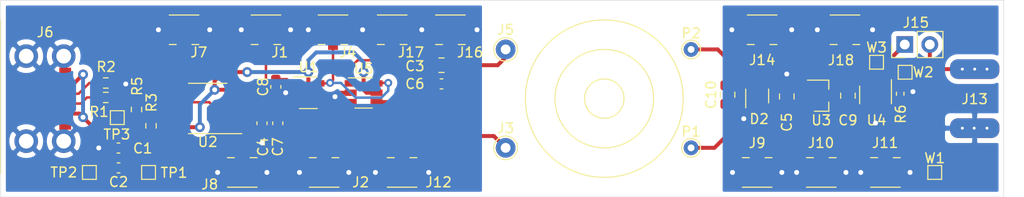
<source format=kicad_pcb>
(kicad_pcb (version 20171130) (host pcbnew "(5.1.10)-1")

  (general
    (thickness 1.6)
    (drawings 8)
    (tracks 297)
    (zones 0)
    (modules 47)
    (nets 24)
  )

  (page A4)
  (layers
    (0 F.Cu signal)
    (31 B.Cu signal)
    (32 B.Adhes user hide)
    (33 F.Adhes user hide)
    (34 B.Paste user hide)
    (35 F.Paste user hide)
    (36 B.SilkS user hide)
    (37 F.SilkS user)
    (38 B.Mask user hide)
    (39 F.Mask user hide)
    (40 Dwgs.User user hide)
    (41 Cmts.User user hide)
    (42 Eco1.User user hide)
    (43 Eco2.User user hide)
    (44 Edge.Cuts user)
    (45 Margin user hide)
    (46 B.CrtYd user hide)
    (47 F.CrtYd user hide)
    (48 B.Fab user hide)
    (49 F.Fab user hide)
  )

  (setup
    (last_trace_width 0.25)
    (trace_clearance 0.2)
    (zone_clearance 0.508)
    (zone_45_only no)
    (trace_min 0.2)
    (via_size 0.8)
    (via_drill 0.4)
    (via_min_size 0.4)
    (via_min_drill 0.3)
    (uvia_size 0.3)
    (uvia_drill 0.1)
    (uvias_allowed no)
    (uvia_min_size 0.2)
    (uvia_min_drill 0.1)
    (edge_width 0.05)
    (segment_width 0.2)
    (pcb_text_width 0.3)
    (pcb_text_size 1.5 1.5)
    (mod_edge_width 0.12)
    (mod_text_size 1 1)
    (mod_text_width 0.15)
    (pad_size 1.524 1.524)
    (pad_drill 0.762)
    (pad_to_mask_clearance 0)
    (aux_axis_origin 0 0)
    (visible_elements 7FFFFFFF)
    (pcbplotparams
      (layerselection 0x010fc_ffffffff)
      (usegerberextensions false)
      (usegerberattributes true)
      (usegerberadvancedattributes true)
      (creategerberjobfile true)
      (excludeedgelayer true)
      (linewidth 0.100000)
      (plotframeref false)
      (viasonmask false)
      (mode 1)
      (useauxorigin false)
      (hpglpennumber 1)
      (hpglpenspeed 20)
      (hpglpendiameter 15.000000)
      (psnegative false)
      (psa4output false)
      (plotreference true)
      (plotvalue true)
      (plotinvisibletext false)
      (padsonsilk false)
      (subtractmaskfromsilk false)
      (outputformat 1)
      (mirror false)
      (drillshape 0)
      (scaleselection 1)
      (outputdirectory "Gerber"))
  )

  (net 0 "")
  (net 1 GND)
  (net 2 VBUS)
  (net 3 "Net-(C3-Pad1)")
  (net 4 "Net-(C4-Pad1)")
  (net 5 GNDREF)
  (net 6 "Net-(C5-Pad1)")
  (net 7 +5V)
  (net 8 "Net-(J6-PadA5)")
  (net 9 "Net-(J6-PadB5)")
  (net 10 +BATT)
  (net 11 "Net-(R3-Pad1)")
  (net 12 "Net-(R6-Pad1)")
  (net 13 "Net-(U2-Pad5)")
  (net 14 /STAT)
  (net 15 "Net-(J13-Pad1)")
  (net 16 "Net-(C3-Pad2)")
  (net 17 "Net-(C8-Pad1)")
  (net 18 "Net-(J1-Pad1)")
  (net 19 "Net-(J2-Pad1)")
  (net 20 "Net-(C10-Pad2)")
  (net 21 "Net-(C10-Pad1)")
  (net 22 "Net-(J12-Pad1)")
  (net 23 "Net-(J4-Pad1)")

  (net_class Default "This is the default net class."
    (clearance 0.2)
    (trace_width 0.25)
    (via_dia 0.8)
    (via_drill 0.4)
    (uvia_dia 0.3)
    (uvia_drill 0.1)
    (add_net /STAT)
    (add_net "Net-(C3-Pad2)")
    (add_net "Net-(C4-Pad1)")
    (add_net "Net-(C8-Pad1)")
    (add_net "Net-(J1-Pad1)")
    (add_net "Net-(J2-Pad1)")
    (add_net "Net-(J4-Pad1)")
    (add_net "Net-(J6-PadA5)")
    (add_net "Net-(J6-PadB5)")
    (add_net "Net-(R3-Pad1)")
    (add_net "Net-(R6-Pad1)")
    (add_net "Net-(U2-Pad5)")
  )

  (net_class Power ""
    (clearance 0.2)
    (trace_width 0.4)
    (via_dia 1)
    (via_drill 0.5)
    (uvia_dia 0.3)
    (uvia_drill 0.1)
    (add_net +5V)
    (add_net +BATT)
    (add_net GND)
    (add_net GNDREF)
    (add_net "Net-(C10-Pad1)")
    (add_net "Net-(C10-Pad2)")
    (add_net "Net-(C3-Pad1)")
    (add_net "Net-(C5-Pad1)")
    (add_net "Net-(J12-Pad1)")
    (add_net "Net-(J13-Pad1)")
    (add_net VBUS)
  )

  (module Package_TO_SOT_SMD:TSOT-23-6 (layer F.Cu) (tedit 5A02FF57) (tstamp 6179D1A3)
    (at 120.6 54.4)
    (descr "6-pin TSOT23 package, http://cds.linear.com/docs/en/packaging/SOT_6_05-08-1636.pdf")
    (tags "TSOT-23-6 MK06A TSOT-6")
    (path /6179F99F)
    (attr smd)
    (fp_text reference U5 (at 0 -2.45) (layer F.SilkS)
      (effects (font (size 1 1) (thickness 0.15)))
    )
    (fp_text value SSP8023D (at 0 2.5) (layer F.Fab)
      (effects (font (size 1 1) (thickness 0.15)))
    )
    (fp_text user %R (at 0 0 90) (layer F.Fab)
      (effects (font (size 0.5 0.5) (thickness 0.075)))
    )
    (fp_line (start -0.88 1.56) (end 0.88 1.56) (layer F.SilkS) (width 0.12))
    (fp_line (start 0.88 -1.51) (end -1.55 -1.51) (layer F.SilkS) (width 0.12))
    (fp_line (start -0.88 -1) (end -0.43 -1.45) (layer F.Fab) (width 0.1))
    (fp_line (start 0.88 -1.45) (end -0.43 -1.45) (layer F.Fab) (width 0.1))
    (fp_line (start -0.88 -1) (end -0.88 1.45) (layer F.Fab) (width 0.1))
    (fp_line (start 0.88 1.45) (end -0.88 1.45) (layer F.Fab) (width 0.1))
    (fp_line (start 0.88 -1.45) (end 0.88 1.45) (layer F.Fab) (width 0.1))
    (fp_line (start -2.17 -1.7) (end 2.17 -1.7) (layer F.CrtYd) (width 0.05))
    (fp_line (start -2.17 -1.7) (end -2.17 1.7) (layer F.CrtYd) (width 0.05))
    (fp_line (start 2.17 1.7) (end 2.17 -1.7) (layer F.CrtYd) (width 0.05))
    (fp_line (start 2.17 1.7) (end -2.17 1.7) (layer F.CrtYd) (width 0.05))
    (pad 6 smd rect (at 1.31 -0.95) (size 1.22 0.65) (layers F.Cu F.Paste F.Mask)
      (net 23 "Net-(J4-Pad1)"))
    (pad 5 smd rect (at 1.31 0) (size 1.22 0.65) (layers F.Cu F.Paste F.Mask)
      (net 2 VBUS))
    (pad 4 smd rect (at 1.31 0.95) (size 1.22 0.65) (layers F.Cu F.Paste F.Mask)
      (net 22 "Net-(J12-Pad1)"))
    (pad 3 smd rect (at -1.31 0.95) (size 1.22 0.65) (layers F.Cu F.Paste F.Mask)
      (net 19 "Net-(J2-Pad1)"))
    (pad 2 smd rect (at -1.31 0) (size 1.22 0.65) (layers F.Cu F.Paste F.Mask)
      (net 1 GND))
    (pad 1 smd rect (at -1.31 -0.95) (size 1.22 0.65) (layers F.Cu F.Paste F.Mask)
      (net 16 "Net-(C3-Pad2)"))
    (model ${KISYS3DMOD}/Package_TO_SOT_SMD.3dshapes/TSOT-23-6.wrl
      (at (xyz 0 0 0))
      (scale (xyz 1 1 1))
      (rotate (xyz 0 0 0))
    )
  )

  (module "Pixels-dice:U.FL-R-SMT-1(80)" (layer F.Cu) (tedit 616A0C8C) (tstamp 6179C25F)
    (at 169.4 48)
    (path /617F9306)
    (attr smd)
    (fp_text reference J18 (at -0.4 3.1) (layer F.SilkS)
      (effects (font (size 1 1) (thickness 0.15)))
    )
    (fp_text value Conn_Coaxial (at 0.1 -1.9) (layer F.Fab)
      (effects (font (size 1 1) (thickness 0.15)))
    )
    (fp_line (start 1.5 1.5) (end 0.8 1.5) (layer F.SilkS) (width 0.12))
    (fp_line (start -1.5 1.5) (end -0.8 1.5) (layer F.SilkS) (width 0.12))
    (fp_line (start 1.5 -1.5) (end -1.5 -1.5) (layer F.SilkS) (width 0.12))
    (pad 1 smd rect (at 0 1.525) (size 1 1.05) (layers F.Cu F.Paste F.Mask)
      (net 10 +BATT))
    (pad 2 smd rect (at 1.575 0) (size 1.05 2.2) (layers F.Cu F.Paste F.Mask)
      (net 5 GNDREF))
    (pad 2 smd rect (at -1.575 0) (size 1.05 2.2) (layers F.Cu F.Paste F.Mask)
      (net 5 GNDREF))
  )

  (module "Pixels-dice:U.FL-R-SMT-1(80)" (layer F.Cu) (tedit 616A0C8C) (tstamp 6179C255)
    (at 123.5 48)
    (path /617C303A)
    (attr smd)
    (fp_text reference J17 (at 1.9 2.3) (layer F.SilkS)
      (effects (font (size 1 1) (thickness 0.15)))
    )
    (fp_text value Conn_Coaxial (at 0.1 -1.9) (layer F.Fab)
      (effects (font (size 1 1) (thickness 0.15)))
    )
    (fp_line (start 1.5 1.5) (end 0.8 1.5) (layer F.SilkS) (width 0.12))
    (fp_line (start -1.5 1.5) (end -0.8 1.5) (layer F.SilkS) (width 0.12))
    (fp_line (start 1.5 -1.5) (end -1.5 -1.5) (layer F.SilkS) (width 0.12))
    (pad 1 smd rect (at 0 1.525) (size 1 1.05) (layers F.Cu F.Paste F.Mask)
      (net 16 "Net-(C3-Pad2)"))
    (pad 2 smd rect (at 1.575 0) (size 1.05 2.2) (layers F.Cu F.Paste F.Mask)
      (net 1 GND))
    (pad 2 smd rect (at -1.575 0) (size 1.05 2.2) (layers F.Cu F.Paste F.Mask)
      (net 1 GND))
  )

  (module "Pixels-dice:U.FL-R-SMT-1(80)" (layer F.Cu) (tedit 616A0C8C) (tstamp 6179C24B)
    (at 129.4 48)
    (path /617EC4D5)
    (attr smd)
    (fp_text reference J16 (at 2 2.3) (layer F.SilkS)
      (effects (font (size 1 1) (thickness 0.15)))
    )
    (fp_text value Conn_Coaxial (at 0.1 -1.9) (layer F.Fab)
      (effects (font (size 1 1) (thickness 0.15)))
    )
    (fp_line (start 1.5 1.5) (end 0.8 1.5) (layer F.SilkS) (width 0.12))
    (fp_line (start -1.5 1.5) (end -0.8 1.5) (layer F.SilkS) (width 0.12))
    (fp_line (start 1.5 -1.5) (end -1.5 -1.5) (layer F.SilkS) (width 0.12))
    (pad 1 smd rect (at 0 1.525) (size 1 1.05) (layers F.Cu F.Paste F.Mask)
      (net 3 "Net-(C3-Pad1)"))
    (pad 2 smd rect (at 1.575 0) (size 1.05 2.2) (layers F.Cu F.Paste F.Mask)
      (net 1 GND))
    (pad 2 smd rect (at -1.575 0) (size 1.05 2.2) (layers F.Cu F.Paste F.Mask)
      (net 1 GND))
  )

  (module "Pixels-dice:U.FL-R-SMT-1(80)" (layer F.Cu) (tedit 616A0C8C) (tstamp 6179C1D1)
    (at 124.5 62.5 180)
    (path /617BDE3E)
    (attr smd)
    (fp_text reference J12 (at -3.7 -1) (layer F.SilkS)
      (effects (font (size 1 1) (thickness 0.15)))
    )
    (fp_text value Conn_Coaxial (at 0.1 -1.9) (layer F.Fab)
      (effects (font (size 1 1) (thickness 0.15)))
    )
    (fp_line (start 1.5 1.5) (end 0.8 1.5) (layer F.SilkS) (width 0.12))
    (fp_line (start -1.5 1.5) (end -0.8 1.5) (layer F.SilkS) (width 0.12))
    (fp_line (start 1.5 -1.5) (end -1.5 -1.5) (layer F.SilkS) (width 0.12))
    (pad 1 smd rect (at 0 1.525 180) (size 1 1.05) (layers F.Cu F.Paste F.Mask)
      (net 22 "Net-(J12-Pad1)"))
    (pad 2 smd rect (at 1.575 0 180) (size 1.05 2.2) (layers F.Cu F.Paste F.Mask)
      (net 1 GND))
    (pad 2 smd rect (at -1.575 0 180) (size 1.05 2.2) (layers F.Cu F.Paste F.Mask)
      (net 1 GND))
  )

  (module "Pixels-dice:U.FL-R-SMT-1(80)" (layer F.Cu) (tedit 616A0C8C) (tstamp 6179C17F)
    (at 102.4 48)
    (path /6181BD94)
    (attr smd)
    (fp_text reference J7 (at 1.5 2.3) (layer F.SilkS)
      (effects (font (size 1 1) (thickness 0.15)))
    )
    (fp_text value Conn_Coaxial (at 0.1 -1.9) (layer F.Fab)
      (effects (font (size 1 1) (thickness 0.15)))
    )
    (fp_line (start 1.5 1.5) (end 0.8 1.5) (layer F.SilkS) (width 0.12))
    (fp_line (start -1.5 1.5) (end -0.8 1.5) (layer F.SilkS) (width 0.12))
    (fp_line (start 1.5 -1.5) (end -1.5 -1.5) (layer F.SilkS) (width 0.12))
    (pad 1 smd rect (at 0 1.525) (size 1 1.05) (layers F.Cu F.Paste F.Mask)
      (net 2 VBUS))
    (pad 2 smd rect (at 1.575 0) (size 1.05 2.2) (layers F.Cu F.Paste F.Mask)
      (net 1 GND))
    (pad 2 smd rect (at -1.575 0) (size 1.05 2.2) (layers F.Cu F.Paste F.Mask)
      (net 1 GND))
  )

  (module Capacitor_SMD:C_0805_2012Metric (layer F.Cu) (tedit 5F68FEEE) (tstamp 6179C0DD)
    (at 157.5 54.6 90)
    (descr "Capacitor SMD 0805 (2012 Metric), square (rectangular) end terminal, IPC_7351 nominal, (Body size source: IPC-SM-782 page 76, https://www.pcb-3d.com/wordpress/wp-content/uploads/ipc-sm-782a_amendment_1_and_2.pdf, https://docs.google.com/spreadsheets/d/1BsfQQcO9C6DZCsRaXUlFlo91Tg2WpOkGARC1WS5S8t0/edit?usp=sharing), generated with kicad-footprint-generator")
    (tags capacitor)
    (path /61819D3A)
    (attr smd)
    (fp_text reference C10 (at 0 -1.68 90) (layer F.SilkS)
      (effects (font (size 1 1) (thickness 0.15)))
    )
    (fp_text value "0.1uF 50V 5%" (at 0 1.68 90) (layer F.Fab)
      (effects (font (size 1 1) (thickness 0.15)))
    )
    (fp_text user %R (at 0 0 90) (layer F.Fab)
      (effects (font (size 0.5 0.5) (thickness 0.08)))
    )
    (fp_line (start -1 0.625) (end -1 -0.625) (layer F.Fab) (width 0.1))
    (fp_line (start -1 -0.625) (end 1 -0.625) (layer F.Fab) (width 0.1))
    (fp_line (start 1 -0.625) (end 1 0.625) (layer F.Fab) (width 0.1))
    (fp_line (start 1 0.625) (end -1 0.625) (layer F.Fab) (width 0.1))
    (fp_line (start -0.261252 -0.735) (end 0.261252 -0.735) (layer F.SilkS) (width 0.12))
    (fp_line (start -0.261252 0.735) (end 0.261252 0.735) (layer F.SilkS) (width 0.12))
    (fp_line (start -1.7 0.98) (end -1.7 -0.98) (layer F.CrtYd) (width 0.05))
    (fp_line (start -1.7 -0.98) (end 1.7 -0.98) (layer F.CrtYd) (width 0.05))
    (fp_line (start 1.7 -0.98) (end 1.7 0.98) (layer F.CrtYd) (width 0.05))
    (fp_line (start 1.7 0.98) (end -1.7 0.98) (layer F.CrtYd) (width 0.05))
    (pad 2 smd roundrect (at 0.95 0 90) (size 1 1.45) (layers F.Cu F.Paste F.Mask) (roundrect_rratio 0.25)
      (net 20 "Net-(C10-Pad2)"))
    (pad 1 smd roundrect (at -0.95 0 90) (size 1 1.45) (layers F.Cu F.Paste F.Mask) (roundrect_rratio 0.25)
      (net 21 "Net-(C10-Pad1)"))
    (model ${KISYS3DMOD}/Capacitor_SMD.3dshapes/C_0805_2012Metric.wrl
      (at (xyz 0 0 0))
      (scale (xyz 1 1 1))
      (rotate (xyz 0 0 0))
    )
  )

  (module Capacitor_SMD:C_0805_2012Metric (layer F.Cu) (tedit 5F68FEEE) (tstamp 6179C0CC)
    (at 169.7 54.7 90)
    (descr "Capacitor SMD 0805 (2012 Metric), square (rectangular) end terminal, IPC_7351 nominal, (Body size source: IPC-SM-782 page 76, https://www.pcb-3d.com/wordpress/wp-content/uploads/ipc-sm-782a_amendment_1_and_2.pdf, https://docs.google.com/spreadsheets/d/1BsfQQcO9C6DZCsRaXUlFlo91Tg2WpOkGARC1WS5S8t0/edit?usp=sharing), generated with kicad-footprint-generator")
    (tags capacitor)
    (path /6181B59F)
    (attr smd)
    (fp_text reference C9 (at -2.5 0 180) (layer F.SilkS)
      (effects (font (size 1 1) (thickness 0.15)))
    )
    (fp_text value "4.7uF 25V 20%" (at 0 1.68 90) (layer F.Fab)
      (effects (font (size 1 1) (thickness 0.15)))
    )
    (fp_text user %R (at 0 0 90) (layer F.Fab)
      (effects (font (size 0.5 0.5) (thickness 0.08)))
    )
    (fp_line (start -1 0.625) (end -1 -0.625) (layer F.Fab) (width 0.1))
    (fp_line (start -1 -0.625) (end 1 -0.625) (layer F.Fab) (width 0.1))
    (fp_line (start 1 -0.625) (end 1 0.625) (layer F.Fab) (width 0.1))
    (fp_line (start 1 0.625) (end -1 0.625) (layer F.Fab) (width 0.1))
    (fp_line (start -0.261252 -0.735) (end 0.261252 -0.735) (layer F.SilkS) (width 0.12))
    (fp_line (start -0.261252 0.735) (end 0.261252 0.735) (layer F.SilkS) (width 0.12))
    (fp_line (start -1.7 0.98) (end -1.7 -0.98) (layer F.CrtYd) (width 0.05))
    (fp_line (start -1.7 -0.98) (end 1.7 -0.98) (layer F.CrtYd) (width 0.05))
    (fp_line (start 1.7 -0.98) (end 1.7 0.98) (layer F.CrtYd) (width 0.05))
    (fp_line (start 1.7 0.98) (end -1.7 0.98) (layer F.CrtYd) (width 0.05))
    (pad 2 smd roundrect (at 0.95 0 90) (size 1 1.45) (layers F.Cu F.Paste F.Mask) (roundrect_rratio 0.25)
      (net 5 GNDREF))
    (pad 1 smd roundrect (at -0.95 0 90) (size 1 1.45) (layers F.Cu F.Paste F.Mask) (roundrect_rratio 0.25)
      (net 7 +5V))
    (model ${KISYS3DMOD}/Capacitor_SMD.3dshapes/C_0805_2012Metric.wrl
      (at (xyz 0 0 0))
      (scale (xyz 1 1 1))
      (rotate (xyz 0 0 0))
    )
  )

  (module Capacitor_SMD:C_0603_1608Metric (layer F.Cu) (tedit 5F68FEEE) (tstamp 6179C0AB)
    (at 111.9 57.5 270)
    (descr "Capacitor SMD 0603 (1608 Metric), square (rectangular) end terminal, IPC_7351 nominal, (Body size source: IPC-SM-782 page 76, https://www.pcb-3d.com/wordpress/wp-content/uploads/ipc-sm-782a_amendment_1_and_2.pdf), generated with kicad-footprint-generator")
    (tags capacitor)
    (path /61804C6B)
    (attr smd)
    (fp_text reference C7 (at 2.4 0 90) (layer F.SilkS)
      (effects (font (size 1 1) (thickness 0.15)))
    )
    (fp_text value "33pF 50V 5%" (at 0 1.43 90) (layer F.Fab)
      (effects (font (size 1 1) (thickness 0.15)))
    )
    (fp_text user %R (at 0 0 90) (layer F.Fab)
      (effects (font (size 0.4 0.4) (thickness 0.06)))
    )
    (fp_line (start -0.8 0.4) (end -0.8 -0.4) (layer F.Fab) (width 0.1))
    (fp_line (start -0.8 -0.4) (end 0.8 -0.4) (layer F.Fab) (width 0.1))
    (fp_line (start 0.8 -0.4) (end 0.8 0.4) (layer F.Fab) (width 0.1))
    (fp_line (start 0.8 0.4) (end -0.8 0.4) (layer F.Fab) (width 0.1))
    (fp_line (start -0.14058 -0.51) (end 0.14058 -0.51) (layer F.SilkS) (width 0.12))
    (fp_line (start -0.14058 0.51) (end 0.14058 0.51) (layer F.SilkS) (width 0.12))
    (fp_line (start -1.48 0.73) (end -1.48 -0.73) (layer F.CrtYd) (width 0.05))
    (fp_line (start -1.48 -0.73) (end 1.48 -0.73) (layer F.CrtYd) (width 0.05))
    (fp_line (start 1.48 -0.73) (end 1.48 0.73) (layer F.CrtYd) (width 0.05))
    (fp_line (start 1.48 0.73) (end -1.48 0.73) (layer F.CrtYd) (width 0.05))
    (pad 2 smd roundrect (at 0.775 0 270) (size 0.9 0.95) (layers F.Cu F.Paste F.Mask) (roundrect_rratio 0.25)
      (net 1 GND))
    (pad 1 smd roundrect (at -0.775 0 270) (size 0.9 0.95) (layers F.Cu F.Paste F.Mask) (roundrect_rratio 0.25)
      (net 4 "Net-(C4-Pad1)"))
    (model ${KISYS3DMOD}/Capacitor_SMD.3dshapes/C_0603_1608Metric.wrl
      (at (xyz 0 0 0))
      (scale (xyz 1 1 1))
      (rotate (xyz 0 0 0))
    )
  )

  (module Capacitor_SMD:C_0603_1608Metric (layer F.Cu) (tedit 5F68FEEE) (tstamp 6179C09A)
    (at 128.5 53.5 180)
    (descr "Capacitor SMD 0603 (1608 Metric), square (rectangular) end terminal, IPC_7351 nominal, (Body size source: IPC-SM-782 page 76, https://www.pcb-3d.com/wordpress/wp-content/uploads/ipc-sm-782a_amendment_1_and_2.pdf), generated with kicad-footprint-generator")
    (tags capacitor)
    (path /6180EC72)
    (attr smd)
    (fp_text reference C6 (at 2.7 0) (layer F.SilkS)
      (effects (font (size 1 1) (thickness 0.15)))
    )
    (fp_text value "47nF 50V 10%" (at 0 1.43) (layer F.Fab)
      (effects (font (size 1 1) (thickness 0.15)))
    )
    (fp_text user %R (at 0 0) (layer F.Fab)
      (effects (font (size 0.4 0.4) (thickness 0.06)))
    )
    (fp_line (start -0.8 0.4) (end -0.8 -0.4) (layer F.Fab) (width 0.1))
    (fp_line (start -0.8 -0.4) (end 0.8 -0.4) (layer F.Fab) (width 0.1))
    (fp_line (start 0.8 -0.4) (end 0.8 0.4) (layer F.Fab) (width 0.1))
    (fp_line (start 0.8 0.4) (end -0.8 0.4) (layer F.Fab) (width 0.1))
    (fp_line (start -0.14058 -0.51) (end 0.14058 -0.51) (layer F.SilkS) (width 0.12))
    (fp_line (start -0.14058 0.51) (end 0.14058 0.51) (layer F.SilkS) (width 0.12))
    (fp_line (start -1.48 0.73) (end -1.48 -0.73) (layer F.CrtYd) (width 0.05))
    (fp_line (start -1.48 -0.73) (end 1.48 -0.73) (layer F.CrtYd) (width 0.05))
    (fp_line (start 1.48 -0.73) (end 1.48 0.73) (layer F.CrtYd) (width 0.05))
    (fp_line (start 1.48 0.73) (end -1.48 0.73) (layer F.CrtYd) (width 0.05))
    (pad 2 smd roundrect (at 0.775 0 180) (size 0.9 0.95) (layers F.Cu F.Paste F.Mask) (roundrect_rratio 0.25)
      (net 16 "Net-(C3-Pad2)"))
    (pad 1 smd roundrect (at -0.775 0 180) (size 0.9 0.95) (layers F.Cu F.Paste F.Mask) (roundrect_rratio 0.25)
      (net 3 "Net-(C3-Pad1)"))
    (model ${KISYS3DMOD}/Capacitor_SMD.3dshapes/C_0603_1608Metric.wrl
      (at (xyz 0 0 0))
      (scale (xyz 1 1 1))
      (rotate (xyz 0 0 0))
    )
  )

  (module Pixels-dice:SOT-26 (layer F.Cu) (tedit 616B9834) (tstamp 616A791D)
    (at 115 54.4 180)
    (descr "6-pin SOT-23 package")
    (tags SOT-23-6)
    (path /616C6B31)
    (attr smd)
    (fp_text reference U1 (at 0 2.6 180) (layer F.SilkS)
      (effects (font (size 1 1) (thickness 0.15)))
    )
    (fp_text value AP1511B (at 0 -2.9 180) (layer F.Fab)
      (effects (font (size 1 1) (thickness 0.15)))
    )
    (fp_line (start -0.9 1.55) (end -0.9 -1.55) (layer F.Fab) (width 0.1))
    (fp_line (start -0.9 -1.55) (end 0.9 -1.55) (layer F.Fab) (width 0.1))
    (fp_line (start 0.9 0.9) (end 0.9 -1.55) (layer F.Fab) (width 0.1))
    (fp_line (start -0.9 1.55) (end 0.25 1.55) (layer F.Fab) (width 0.1))
    (fp_line (start 0.9 0.9) (end 0.25 1.55) (layer F.Fab) (width 0.1))
    (fp_line (start 1.9 1.8) (end 1.9 -1.8) (layer F.CrtYd) (width 0.05))
    (fp_line (start 1.9 -1.8) (end -1.9 -1.8) (layer F.CrtYd) (width 0.05))
    (fp_line (start -1.9 -1.8) (end -1.9 1.8) (layer F.CrtYd) (width 0.05))
    (fp_line (start -1.9 1.8) (end 1.9 1.8) (layer F.CrtYd) (width 0.05))
    (fp_line (start -0.9 1.61) (end 1.55 1.61) (layer F.SilkS) (width 0.12))
    (fp_line (start 0.9 -1.61) (end -0.9 -1.61) (layer F.SilkS) (width 0.12))
    (fp_text user %R (at 0 0 270) (layer F.Fab)
      (effects (font (size 0.5 0.5) (thickness 0.075)))
    )
    (pad 5 smd rect (at -1.1 0) (size 1.06 0.65) (layers F.Cu F.Paste F.Mask)
      (net 2 VBUS))
    (pad 6 smd rect (at -1.1 0.95) (size 1.06 0.65) (layers F.Cu F.Paste F.Mask)
      (net 23 "Net-(J4-Pad1)"))
    (pad 4 smd rect (at -1.1 -0.95) (size 1.06 0.65) (layers F.Cu F.Paste F.Mask)
      (net 19 "Net-(J2-Pad1)"))
    (pad 3 smd rect (at 1.1 -0.95) (size 1.06 0.65) (layers F.Cu F.Paste F.Mask)
      (net 18 "Net-(J1-Pad1)"))
    (pad 2 smd rect (at 1.1 0) (size 1.06 0.65) (layers F.Cu F.Paste F.Mask)
      (net 1 GND))
    (pad 1 smd rect (at 1.1 0.95) (size 1.06 0.65) (layers F.Cu F.Paste F.Mask)
      (net 17 "Net-(C8-Pad1)"))
    (model ${KISYS3DMOD}/Package_TO_SOT_SMD.3dshapes/SOT-23-6.wrl
      (at (xyz 0 0 0))
      (scale (xyz 1 1 1))
      (rotate (xyz 0 0 0))
    )
  )

  (module "Pixels-dice:U.FL-R-SMT-1(80)" (layer F.Cu) (tedit 616A0C8C) (tstamp 616C027D)
    (at 110.7 48)
    (path /6172AE1F)
    (attr smd)
    (fp_text reference J1 (at 1.4 2.3) (layer F.SilkS)
      (effects (font (size 1 1) (thickness 0.15)))
    )
    (fp_text value Conn_Coaxial (at 0.1 -1.9) (layer F.Fab)
      (effects (font (size 1 1) (thickness 0.15)))
    )
    (fp_line (start 1.5 -1.5) (end -1.5 -1.5) (layer F.SilkS) (width 0.12))
    (fp_line (start -1.5 1.5) (end -0.8 1.5) (layer F.SilkS) (width 0.12))
    (fp_line (start 1.5 1.5) (end 0.8 1.5) (layer F.SilkS) (width 0.12))
    (pad 1 smd rect (at 0 1.525) (size 1 1.05) (layers F.Cu F.Paste F.Mask)
      (net 18 "Net-(J1-Pad1)"))
    (pad 2 smd rect (at 1.575 0) (size 1.05 2.2) (layers F.Cu F.Paste F.Mask)
      (net 1 GND))
    (pad 2 smd rect (at -1.575 0) (size 1.05 2.2) (layers F.Cu F.Paste F.Mask)
      (net 1 GND))
  )

  (module Capacitor_SMD:C_0603_1608Metric (layer F.Cu) (tedit 5F68FEEE) (tstamp 616BFF12)
    (at 111.7 53.8 270)
    (descr "Capacitor SMD 0603 (1608 Metric), square (rectangular) end terminal, IPC_7351 nominal, (Body size source: IPC-SM-782 page 76, https://www.pcb-3d.com/wordpress/wp-content/uploads/ipc-sm-782a_amendment_1_and_2.pdf), generated with kicad-footprint-generator")
    (tags capacitor)
    (path /616F5905)
    (attr smd)
    (fp_text reference C8 (at 0 1.3 90) (layer F.SilkS)
      (effects (font (size 1 1) (thickness 0.15)))
    )
    (fp_text value "2.2pF 50V 10%" (at 0 1.43 90) (layer F.Fab)
      (effects (font (size 1 1) (thickness 0.15)))
    )
    (fp_line (start 1.48 0.73) (end -1.48 0.73) (layer F.CrtYd) (width 0.05))
    (fp_line (start 1.48 -0.73) (end 1.48 0.73) (layer F.CrtYd) (width 0.05))
    (fp_line (start -1.48 -0.73) (end 1.48 -0.73) (layer F.CrtYd) (width 0.05))
    (fp_line (start -1.48 0.73) (end -1.48 -0.73) (layer F.CrtYd) (width 0.05))
    (fp_line (start -0.14058 0.51) (end 0.14058 0.51) (layer F.SilkS) (width 0.12))
    (fp_line (start -0.14058 -0.51) (end 0.14058 -0.51) (layer F.SilkS) (width 0.12))
    (fp_line (start 0.8 0.4) (end -0.8 0.4) (layer F.Fab) (width 0.1))
    (fp_line (start 0.8 -0.4) (end 0.8 0.4) (layer F.Fab) (width 0.1))
    (fp_line (start -0.8 -0.4) (end 0.8 -0.4) (layer F.Fab) (width 0.1))
    (fp_line (start -0.8 0.4) (end -0.8 -0.4) (layer F.Fab) (width 0.1))
    (fp_text user %R (at 0 0 90) (layer F.Fab)
      (effects (font (size 0.4 0.4) (thickness 0.06)))
    )
    (pad 2 smd roundrect (at 0.775 0 270) (size 0.9 0.95) (layers F.Cu F.Paste F.Mask) (roundrect_rratio 0.25)
      (net 1 GND))
    (pad 1 smd roundrect (at -0.775 0 270) (size 0.9 0.95) (layers F.Cu F.Paste F.Mask) (roundrect_rratio 0.25)
      (net 17 "Net-(C8-Pad1)"))
    (model ${KISYS3DMOD}/Capacitor_SMD.3dshapes/C_0603_1608Metric.wrl
      (at (xyz 0 0 0))
      (scale (xyz 1 1 1))
      (rotate (xyz 0 0 0))
    )
  )

  (module Capacitor_SMD:C_0603_1608Metric (layer F.Cu) (tedit 5F68FEEE) (tstamp 616A762E)
    (at 110.3 57.5 270)
    (descr "Capacitor SMD 0603 (1608 Metric), square (rectangular) end terminal, IPC_7351 nominal, (Body size source: IPC-SM-782 page 76, https://www.pcb-3d.com/wordpress/wp-content/uploads/ipc-sm-782a_amendment_1_and_2.pdf), generated with kicad-footprint-generator")
    (tags capacitor)
    (path /60AF0ABE)
    (attr smd)
    (fp_text reference C4 (at 2.4 -0.1 90) (layer F.SilkS)
      (effects (font (size 1 1) (thickness 0.15)))
    )
    (fp_text value "10pF 50V 5%" (at 0 1.43 90) (layer F.Fab)
      (effects (font (size 1 1) (thickness 0.15)))
    )
    (fp_line (start 1.48 0.73) (end -1.48 0.73) (layer F.CrtYd) (width 0.05))
    (fp_line (start 1.48 -0.73) (end 1.48 0.73) (layer F.CrtYd) (width 0.05))
    (fp_line (start -1.48 -0.73) (end 1.48 -0.73) (layer F.CrtYd) (width 0.05))
    (fp_line (start -1.48 0.73) (end -1.48 -0.73) (layer F.CrtYd) (width 0.05))
    (fp_line (start -0.14058 0.51) (end 0.14058 0.51) (layer F.SilkS) (width 0.12))
    (fp_line (start -0.14058 -0.51) (end 0.14058 -0.51) (layer F.SilkS) (width 0.12))
    (fp_line (start 0.8 0.4) (end -0.8 0.4) (layer F.Fab) (width 0.1))
    (fp_line (start 0.8 -0.4) (end 0.8 0.4) (layer F.Fab) (width 0.1))
    (fp_line (start -0.8 -0.4) (end 0.8 -0.4) (layer F.Fab) (width 0.1))
    (fp_line (start -0.8 0.4) (end -0.8 -0.4) (layer F.Fab) (width 0.1))
    (fp_text user %R (at 0 0 90) (layer F.Fab)
      (effects (font (size 0.4 0.4) (thickness 0.06)))
    )
    (pad 2 smd roundrect (at 0.775 0 270) (size 0.9 0.95) (layers F.Cu F.Paste F.Mask) (roundrect_rratio 0.25)
      (net 1 GND))
    (pad 1 smd roundrect (at -0.775 0 270) (size 0.9 0.95) (layers F.Cu F.Paste F.Mask) (roundrect_rratio 0.25)
      (net 4 "Net-(C4-Pad1)"))
    (model ${KISYS3DMOD}/Capacitor_SMD.3dshapes/C_0603_1608Metric.wrl
      (at (xyz 0 0 0))
      (scale (xyz 1 1 1))
      (rotate (xyz 0 0 0))
    )
  )

  (module TestPoint:TestPoint_Pad_1.0x1.0mm (layer F.Cu) (tedit 5A0F774F) (tstamp 6179D959)
    (at 172.6 51.3)
    (descr "SMD rectangular pad as test Point, square 1.0mm side length")
    (tags "test point SMD pad rectangle square")
    (path /61702437)
    (attr virtual)
    (fp_text reference W3 (at 0 -1.5) (layer F.SilkS)
      (effects (font (size 1 1) (thickness 0.15)))
    )
    (fp_text value BATT (at 0 1.55) (layer F.Fab)
      (effects (font (size 1 1) (thickness 0.15)))
    )
    (fp_line (start -0.7 -0.7) (end 0.7 -0.7) (layer F.SilkS) (width 0.12))
    (fp_line (start 0.7 -0.7) (end 0.7 0.7) (layer F.SilkS) (width 0.12))
    (fp_line (start 0.7 0.7) (end -0.7 0.7) (layer F.SilkS) (width 0.12))
    (fp_line (start -0.7 0.7) (end -0.7 -0.7) (layer F.SilkS) (width 0.12))
    (fp_line (start -1 -1) (end 1 -1) (layer F.CrtYd) (width 0.05))
    (fp_line (start -1 -1) (end -1 1) (layer F.CrtYd) (width 0.05))
    (fp_line (start 1 1) (end 1 -1) (layer F.CrtYd) (width 0.05))
    (fp_line (start 1 1) (end -1 1) (layer F.CrtYd) (width 0.05))
    (fp_text user %R (at 0 -1.45) (layer F.Fab)
      (effects (font (size 1 1) (thickness 0.15)))
    )
    (pad 1 smd rect (at 0 0) (size 1 1) (layers F.Cu F.Mask)
      (net 10 +BATT))
  )

  (module "Pixels-dice:U.FL-R-SMT-1(80)" (layer F.Cu) (tedit 616A0C8C) (tstamp 616A861F)
    (at 161 48)
    (path /61752F20)
    (attr smd)
    (fp_text reference J14 (at 0.01 3.08) (layer F.SilkS)
      (effects (font (size 1 1) (thickness 0.15)))
    )
    (fp_text value Conn_Coaxial (at 0.1 -1.9) (layer F.Fab)
      (effects (font (size 1 1) (thickness 0.15)))
    )
    (fp_line (start 1.5 1.5) (end 0.8 1.5) (layer F.SilkS) (width 0.12))
    (fp_line (start -1.5 1.5) (end -0.8 1.5) (layer F.SilkS) (width 0.12))
    (fp_line (start 1.5 -1.5) (end -1.5 -1.5) (layer F.SilkS) (width 0.12))
    (pad 1 smd rect (at 0 1.525) (size 1 1.05) (layers F.Cu F.Paste F.Mask)
      (net 20 "Net-(C10-Pad2)"))
    (pad 2 smd rect (at 1.575 0) (size 1.05 2.2) (layers F.Cu F.Paste F.Mask)
      (net 5 GNDREF))
    (pad 2 smd rect (at -1.575 0) (size 1.05 2.2) (layers F.Cu F.Paste F.Mask)
      (net 5 GNDREF))
  )

  (module "Pixels-dice:U.FL-R-SMT-1(80)" (layer F.Cu) (tedit 616A0C8C) (tstamp 616A85D7)
    (at 173.5 62.5 180)
    (path /61751A2C)
    (attr smd)
    (fp_text reference J11 (at 0.03 3) (layer F.SilkS)
      (effects (font (size 1 1) (thickness 0.15)))
    )
    (fp_text value Conn_Coaxial (at 0.1 -1.9) (layer F.Fab)
      (effects (font (size 1 1) (thickness 0.15)))
    )
    (fp_line (start 1.5 1.5) (end 0.8 1.5) (layer F.SilkS) (width 0.12))
    (fp_line (start -1.5 1.5) (end -0.8 1.5) (layer F.SilkS) (width 0.12))
    (fp_line (start 1.5 -1.5) (end -1.5 -1.5) (layer F.SilkS) (width 0.12))
    (pad 1 smd rect (at 0 1.525 180) (size 1 1.05) (layers F.Cu F.Paste F.Mask)
      (net 7 +5V))
    (pad 2 smd rect (at 1.575 0 180) (size 1.05 2.2) (layers F.Cu F.Paste F.Mask)
      (net 5 GNDREF))
    (pad 2 smd rect (at -1.575 0 180) (size 1.05 2.2) (layers F.Cu F.Paste F.Mask)
      (net 5 GNDREF))
  )

  (module "Pixels-dice:U.FL-R-SMT-1(80)" (layer F.Cu) (tedit 616A0C8C) (tstamp 616A85CD)
    (at 167 62.5 180)
    (path /6174F9EA)
    (attr smd)
    (fp_text reference J10 (at 0.03 3) (layer F.SilkS)
      (effects (font (size 1 1) (thickness 0.15)))
    )
    (fp_text value Conn_Coaxial (at 0.1 -1.9) (layer F.Fab)
      (effects (font (size 1 1) (thickness 0.15)))
    )
    (fp_line (start 1.5 1.5) (end 0.8 1.5) (layer F.SilkS) (width 0.12))
    (fp_line (start -1.5 1.5) (end -0.8 1.5) (layer F.SilkS) (width 0.12))
    (fp_line (start 1.5 -1.5) (end -1.5 -1.5) (layer F.SilkS) (width 0.12))
    (pad 1 smd rect (at 0 1.525 180) (size 1 1.05) (layers F.Cu F.Paste F.Mask)
      (net 6 "Net-(C5-Pad1)"))
    (pad 2 smd rect (at 1.575 0 180) (size 1.05 2.2) (layers F.Cu F.Paste F.Mask)
      (net 5 GNDREF))
    (pad 2 smd rect (at -1.575 0 180) (size 1.05 2.2) (layers F.Cu F.Paste F.Mask)
      (net 5 GNDREF))
  )

  (module "Pixels-dice:U.FL-R-SMT-1(80)" (layer F.Cu) (tedit 616A0C8C) (tstamp 616A85C3)
    (at 160.5 62.5 180)
    (path /617523B5)
    (attr smd)
    (fp_text reference J9 (at 0 2.99) (layer F.SilkS)
      (effects (font (size 1 1) (thickness 0.15)))
    )
    (fp_text value Conn_Coaxial (at 0.1 -1.9) (layer F.Fab)
      (effects (font (size 1 1) (thickness 0.15)))
    )
    (fp_line (start 1.5 1.5) (end 0.8 1.5) (layer F.SilkS) (width 0.12))
    (fp_line (start -1.5 1.5) (end -0.8 1.5) (layer F.SilkS) (width 0.12))
    (fp_line (start 1.5 -1.5) (end -1.5 -1.5) (layer F.SilkS) (width 0.12))
    (pad 1 smd rect (at 0 1.525 180) (size 1 1.05) (layers F.Cu F.Paste F.Mask)
      (net 21 "Net-(C10-Pad1)"))
    (pad 2 smd rect (at 1.575 0 180) (size 1.05 2.2) (layers F.Cu F.Paste F.Mask)
      (net 5 GNDREF))
    (pad 2 smd rect (at -1.575 0 180) (size 1.05 2.2) (layers F.Cu F.Paste F.Mask)
      (net 5 GNDREF))
  )

  (module "Pixels-dice:U.FL-R-SMT-1(80)" (layer F.Cu) (tedit 616A0C8C) (tstamp 616A85B9)
    (at 108.3 62.5 180)
    (path /61739183)
    (attr smd)
    (fp_text reference J8 (at 3.3 -1.22) (layer F.SilkS)
      (effects (font (size 1 1) (thickness 0.15)))
    )
    (fp_text value Conn_Coaxial (at 0.1 -1.9) (layer F.Fab)
      (effects (font (size 1 1) (thickness 0.15)))
    )
    (fp_line (start 1.5 1.5) (end 0.8 1.5) (layer F.SilkS) (width 0.12))
    (fp_line (start -1.5 1.5) (end -0.8 1.5) (layer F.SilkS) (width 0.12))
    (fp_line (start 1.5 -1.5) (end -1.5 -1.5) (layer F.SilkS) (width 0.12))
    (pad 1 smd rect (at 0 1.525 180) (size 1 1.05) (layers F.Cu F.Paste F.Mask)
      (net 4 "Net-(C4-Pad1)"))
    (pad 2 smd rect (at 1.575 0 180) (size 1.05 2.2) (layers F.Cu F.Paste F.Mask)
      (net 1 GND))
    (pad 2 smd rect (at -1.575 0 180) (size 1.05 2.2) (layers F.Cu F.Paste F.Mask)
      (net 1 GND))
  )

  (module "Pixels-dice:U.FL-R-SMT-1(80)" (layer F.Cu) (tedit 616A0C8C) (tstamp 616C0832)
    (at 117.5 48)
    (path /61709060)
    (attr smd)
    (fp_text reference J4 (at 1.5 2.3) (layer F.SilkS)
      (effects (font (size 1 1) (thickness 0.15)))
    )
    (fp_text value Conn_Coaxial (at 0.1 -1.9) (layer F.Fab)
      (effects (font (size 1 1) (thickness 0.15)))
    )
    (fp_line (start 1.5 1.5) (end 0.8 1.5) (layer F.SilkS) (width 0.12))
    (fp_line (start -1.5 1.5) (end -0.8 1.5) (layer F.SilkS) (width 0.12))
    (fp_line (start 1.5 -1.5) (end -1.5 -1.5) (layer F.SilkS) (width 0.12))
    (pad 1 smd rect (at 0 1.525) (size 1 1.05) (layers F.Cu F.Paste F.Mask)
      (net 23 "Net-(J4-Pad1)"))
    (pad 2 smd rect (at 1.575 0) (size 1.05 2.2) (layers F.Cu F.Paste F.Mask)
      (net 1 GND))
    (pad 2 smd rect (at -1.575 0) (size 1.05 2.2) (layers F.Cu F.Paste F.Mask)
      (net 1 GND))
  )

  (module "Pixels-dice:U.FL-R-SMT-1(80)" (layer F.Cu) (tedit 616A0C8C) (tstamp 616A8563)
    (at 116.6 62.5 180)
    (path /617007F3)
    (attr smd)
    (fp_text reference J2 (at -3.7 -1) (layer F.SilkS)
      (effects (font (size 1 1) (thickness 0.15)))
    )
    (fp_text value Conn_Coaxial (at 0.1 -1.9) (layer F.Fab)
      (effects (font (size 1 1) (thickness 0.15)))
    )
    (fp_line (start 1.5 1.5) (end 0.8 1.5) (layer F.SilkS) (width 0.12))
    (fp_line (start -1.5 1.5) (end -0.8 1.5) (layer F.SilkS) (width 0.12))
    (fp_line (start 1.5 -1.5) (end -1.5 -1.5) (layer F.SilkS) (width 0.12))
    (pad 1 smd rect (at 0 1.525 180) (size 1 1.05) (layers F.Cu F.Paste F.Mask)
      (net 19 "Net-(J2-Pad1)"))
    (pad 2 smd rect (at 1.575 0 180) (size 1.05 2.2) (layers F.Cu F.Paste F.Mask)
      (net 1 GND))
    (pad 2 smd rect (at -1.575 0 180) (size 1.05 2.2) (layers F.Cu F.Paste F.Mask)
      (net 1 GND))
  )

  (module TestPoint:TestPoint_Pad_1.0x1.0mm (layer F.Cu) (tedit 5A0F774F) (tstamp 616AD3A6)
    (at 175.5 52.32)
    (descr "SMD rectangular pad as test Point, square 1.0mm side length")
    (tags "test point SMD pad rectangle square")
    (path /5CF89837)
    (attr virtual)
    (fp_text reference W2 (at 1.83 0) (layer F.SilkS)
      (effects (font (size 1 1) (thickness 0.15)))
    )
    (fp_text value STAT (at 0 1.55) (layer F.Fab)
      (effects (font (size 1 1) (thickness 0.15)))
    )
    (fp_line (start -0.7 -0.7) (end 0.7 -0.7) (layer F.SilkS) (width 0.12))
    (fp_line (start 0.7 -0.7) (end 0.7 0.7) (layer F.SilkS) (width 0.12))
    (fp_line (start 0.7 0.7) (end -0.7 0.7) (layer F.SilkS) (width 0.12))
    (fp_line (start -0.7 0.7) (end -0.7 -0.7) (layer F.SilkS) (width 0.12))
    (fp_line (start -1 -1) (end 1 -1) (layer F.CrtYd) (width 0.05))
    (fp_line (start -1 -1) (end -1 1) (layer F.CrtYd) (width 0.05))
    (fp_line (start 1 1) (end 1 -1) (layer F.CrtYd) (width 0.05))
    (fp_line (start 1 1) (end -1 1) (layer F.CrtYd) (width 0.05))
    (fp_text user %R (at 0 -1.45) (layer F.Fab)
      (effects (font (size 1 1) (thickness 0.15)))
    )
    (pad 1 smd rect (at 0 0) (size 1 1) (layers F.Cu F.Mask)
      (net 14 /STAT))
  )

  (module TestPoint:TestPoint_Pad_1.0x1.0mm (layer F.Cu) (tedit 5A0F774F) (tstamp 616A8833)
    (at 178.5 62.5)
    (descr "SMD rectangular pad as test Point, square 1.0mm side length")
    (tags "test point SMD pad rectangle square")
    (path /5BAF4B0A)
    (attr virtual)
    (fp_text reference W1 (at 0 -1.448) (layer F.SilkS)
      (effects (font (size 1 1) (thickness 0.15)))
    )
    (fp_text value GND (at 0 1.55) (layer F.Fab)
      (effects (font (size 1 1) (thickness 0.15)))
    )
    (fp_line (start -0.7 -0.7) (end 0.7 -0.7) (layer F.SilkS) (width 0.12))
    (fp_line (start 0.7 -0.7) (end 0.7 0.7) (layer F.SilkS) (width 0.12))
    (fp_line (start 0.7 0.7) (end -0.7 0.7) (layer F.SilkS) (width 0.12))
    (fp_line (start -0.7 0.7) (end -0.7 -0.7) (layer F.SilkS) (width 0.12))
    (fp_line (start -1 -1) (end 1 -1) (layer F.CrtYd) (width 0.05))
    (fp_line (start -1 -1) (end -1 1) (layer F.CrtYd) (width 0.05))
    (fp_line (start 1 1) (end 1 -1) (layer F.CrtYd) (width 0.05))
    (fp_line (start 1 1) (end -1 1) (layer F.CrtYd) (width 0.05))
    (fp_text user %R (at 0 -1.45) (layer F.Fab)
      (effects (font (size 1 1) (thickness 0.15)))
    )
    (pad 1 smd rect (at 0 0) (size 1 1) (layers F.Cu F.Mask)
      (net 5 GNDREF))
  )

  (module TestPoint:TestPoint_Pad_1.0x1.0mm (layer F.Cu) (tedit 5A0F774F) (tstamp 616AD18F)
    (at 95.63 56.93)
    (descr "SMD rectangular pad as test Point, square 1.0mm side length")
    (tags "test point SMD pad rectangle square")
    (path /60CC7B8C)
    (attr virtual)
    (fp_text reference TP3 (at -0.04 1.71) (layer F.SilkS)
      (effects (font (size 1 1) (thickness 0.15)))
    )
    (fp_text value TestPoint_Small (at 0 1.55) (layer F.Fab)
      (effects (font (size 1 1) (thickness 0.15)))
    )
    (fp_line (start -0.7 -0.7) (end 0.7 -0.7) (layer F.SilkS) (width 0.12))
    (fp_line (start 0.7 -0.7) (end 0.7 0.7) (layer F.SilkS) (width 0.12))
    (fp_line (start 0.7 0.7) (end -0.7 0.7) (layer F.SilkS) (width 0.12))
    (fp_line (start -0.7 0.7) (end -0.7 -0.7) (layer F.SilkS) (width 0.12))
    (fp_line (start -1 -1) (end 1 -1) (layer F.CrtYd) (width 0.05))
    (fp_line (start -1 -1) (end -1 1) (layer F.CrtYd) (width 0.05))
    (fp_line (start 1 1) (end 1 -1) (layer F.CrtYd) (width 0.05))
    (fp_line (start 1 1) (end -1 1) (layer F.CrtYd) (width 0.05))
    (fp_text user %R (at 0 -1.45) (layer F.Fab)
      (effects (font (size 1 1) (thickness 0.15)))
    )
    (pad 1 smd rect (at 0 0) (size 1 1) (layers F.Cu F.Mask)
      (net 11 "Net-(R3-Pad1)"))
  )

  (module TestPoint:TestPoint_Pad_1.0x1.0mm (layer F.Cu) (tedit 5A0F774F) (tstamp 616A876B)
    (at 92.8 62.5)
    (descr "SMD rectangular pad as test Point, square 1.0mm side length")
    (tags "test point SMD pad rectangle square")
    (path /60B27F6D)
    (attr virtual)
    (fp_text reference TP2 (at -2.59 0) (layer F.SilkS)
      (effects (font (size 1 1) (thickness 0.15)))
    )
    (fp_text value TestPoint_Small (at 0 1.55) (layer F.Fab)
      (effects (font (size 1 1) (thickness 0.15)))
    )
    (fp_line (start -0.7 -0.7) (end 0.7 -0.7) (layer F.SilkS) (width 0.12))
    (fp_line (start 0.7 -0.7) (end 0.7 0.7) (layer F.SilkS) (width 0.12))
    (fp_line (start 0.7 0.7) (end -0.7 0.7) (layer F.SilkS) (width 0.12))
    (fp_line (start -0.7 0.7) (end -0.7 -0.7) (layer F.SilkS) (width 0.12))
    (fp_line (start -1 -1) (end 1 -1) (layer F.CrtYd) (width 0.05))
    (fp_line (start -1 -1) (end -1 1) (layer F.CrtYd) (width 0.05))
    (fp_line (start 1 1) (end 1 -1) (layer F.CrtYd) (width 0.05))
    (fp_line (start 1 1) (end -1 1) (layer F.CrtYd) (width 0.05))
    (fp_text user %R (at 0 -1.45) (layer F.Fab)
      (effects (font (size 1 1) (thickness 0.15)))
    )
    (pad 1 smd rect (at 0 0) (size 1 1) (layers F.Cu F.Mask)
      (net 1 GND))
  )

  (module TestPoint:TestPoint_Pad_1.0x1.0mm (layer F.Cu) (tedit 5A0F774F) (tstamp 616A875D)
    (at 98.8 62.5)
    (descr "SMD rectangular pad as test Point, square 1.0mm side length")
    (tags "test point SMD pad rectangle square")
    (path /60B26E3D)
    (attr virtual)
    (fp_text reference TP1 (at 2.58 0.03) (layer F.SilkS)
      (effects (font (size 1 1) (thickness 0.15)))
    )
    (fp_text value TestPoint_Small (at 0 1.55) (layer F.Fab)
      (effects (font (size 1 1) (thickness 0.15)))
    )
    (fp_line (start -0.7 -0.7) (end 0.7 -0.7) (layer F.SilkS) (width 0.12))
    (fp_line (start 0.7 -0.7) (end 0.7 0.7) (layer F.SilkS) (width 0.12))
    (fp_line (start 0.7 0.7) (end -0.7 0.7) (layer F.SilkS) (width 0.12))
    (fp_line (start -0.7 0.7) (end -0.7 -0.7) (layer F.SilkS) (width 0.12))
    (fp_line (start -1 -1) (end 1 -1) (layer F.CrtYd) (width 0.05))
    (fp_line (start -1 -1) (end -1 1) (layer F.CrtYd) (width 0.05))
    (fp_line (start 1 1) (end 1 -1) (layer F.CrtYd) (width 0.05))
    (fp_line (start 1 1) (end -1 1) (layer F.CrtYd) (width 0.05))
    (fp_text user %R (at 0 -1.45) (layer F.Fab)
      (effects (font (size 1 1) (thickness 0.15)))
    )
    (pad 1 smd rect (at 0 0) (size 1 1) (layers F.Cu F.Mask)
      (net 2 VBUS))
  )

  (module Connector_PinHeader_2.54mm:PinHeader_1x02_P2.54mm_Vertical (layer F.Cu) (tedit 59FED5CC) (tstamp 616A6C99)
    (at 175.46 49.5 90)
    (descr "Through hole straight pin header, 1x02, 2.54mm pitch, single row")
    (tags "Through hole pin header THT 1x02 2.54mm single row")
    (path /616CA6C3)
    (fp_text reference J15 (at 2.22 1.13 180) (layer F.SilkS)
      (effects (font (size 1 1) (thickness 0.15)))
    )
    (fp_text value Conn_01x02 (at 0 4.87 90) (layer F.Fab)
      (effects (font (size 1 1) (thickness 0.15)))
    )
    (fp_line (start -0.635 -1.27) (end 1.27 -1.27) (layer F.Fab) (width 0.1))
    (fp_line (start 1.27 -1.27) (end 1.27 3.81) (layer F.Fab) (width 0.1))
    (fp_line (start 1.27 3.81) (end -1.27 3.81) (layer F.Fab) (width 0.1))
    (fp_line (start -1.27 3.81) (end -1.27 -0.635) (layer F.Fab) (width 0.1))
    (fp_line (start -1.27 -0.635) (end -0.635 -1.27) (layer F.Fab) (width 0.1))
    (fp_line (start -1.33 3.87) (end 1.33 3.87) (layer F.SilkS) (width 0.12))
    (fp_line (start -1.33 1.27) (end -1.33 3.87) (layer F.SilkS) (width 0.12))
    (fp_line (start 1.33 1.27) (end 1.33 3.87) (layer F.SilkS) (width 0.12))
    (fp_line (start -1.33 1.27) (end 1.33 1.27) (layer F.SilkS) (width 0.12))
    (fp_line (start -1.33 0) (end -1.33 -1.33) (layer F.SilkS) (width 0.12))
    (fp_line (start -1.33 -1.33) (end 0 -1.33) (layer F.SilkS) (width 0.12))
    (fp_line (start -1.8 -1.8) (end -1.8 4.35) (layer F.CrtYd) (width 0.05))
    (fp_line (start -1.8 4.35) (end 1.8 4.35) (layer F.CrtYd) (width 0.05))
    (fp_line (start 1.8 4.35) (end 1.8 -1.8) (layer F.CrtYd) (width 0.05))
    (fp_line (start 1.8 -1.8) (end -1.8 -1.8) (layer F.CrtYd) (width 0.05))
    (fp_text user %R (at 0 1.27) (layer F.Fab)
      (effects (font (size 1 1) (thickness 0.15)))
    )
    (pad 2 thru_hole oval (at 0 2.54 90) (size 1.7 1.7) (drill 1) (layers *.Cu *.Mask)
      (net 15 "Net-(J13-Pad1)"))
    (pad 1 thru_hole rect (at 0 0 90) (size 1.7 1.7) (drill 1) (layers *.Cu *.Mask)
      (net 10 +BATT))
    (model ${KISYS3DMOD}/Connector_PinHeader_2.54mm.3dshapes/PinHeader_1x02_P2.54mm_Vertical.wrl
      (at (xyz 0 0 0))
      (scale (xyz 1 1 1))
      (rotate (xyz 0 0 0))
    )
  )

  (module Package_TO_SOT_SMD:SOT-23-5 (layer F.Cu) (tedit 5A02FF57) (tstamp 616A5F29)
    (at 172.5 54.62 270)
    (descr "5-pin SOT23 package")
    (tags SOT-23-5)
    (path /5BD026C5)
    (attr smd)
    (fp_text reference U4 (at 2.58 -0.1 180) (layer F.SilkS)
      (effects (font (size 1 1) (thickness 0.15)))
    )
    (fp_text value MCP73832T-2ACI/OT (at 0 2.9 90) (layer F.Fab)
      (effects (font (size 1 1) (thickness 0.15)))
    )
    (fp_line (start -0.9 1.61) (end 0.9 1.61) (layer F.SilkS) (width 0.12))
    (fp_line (start 0.9 -1.61) (end -1.55 -1.61) (layer F.SilkS) (width 0.12))
    (fp_line (start -1.9 -1.8) (end 1.9 -1.8) (layer F.CrtYd) (width 0.05))
    (fp_line (start 1.9 -1.8) (end 1.9 1.8) (layer F.CrtYd) (width 0.05))
    (fp_line (start 1.9 1.8) (end -1.9 1.8) (layer F.CrtYd) (width 0.05))
    (fp_line (start -1.9 1.8) (end -1.9 -1.8) (layer F.CrtYd) (width 0.05))
    (fp_line (start -0.9 -0.9) (end -0.25 -1.55) (layer F.Fab) (width 0.1))
    (fp_line (start 0.9 -1.55) (end -0.25 -1.55) (layer F.Fab) (width 0.1))
    (fp_line (start -0.9 -0.9) (end -0.9 1.55) (layer F.Fab) (width 0.1))
    (fp_line (start 0.9 1.55) (end -0.9 1.55) (layer F.Fab) (width 0.1))
    (fp_line (start 0.9 -1.55) (end 0.9 1.55) (layer F.Fab) (width 0.1))
    (fp_text user %R (at 0 0) (layer F.Fab)
      (effects (font (size 0.5 0.5) (thickness 0.075)))
    )
    (pad 5 smd rect (at 1.1 -0.95 270) (size 1.06 0.65) (layers F.Cu F.Paste F.Mask)
      (net 12 "Net-(R6-Pad1)"))
    (pad 4 smd rect (at 1.1 0.95 270) (size 1.06 0.65) (layers F.Cu F.Paste F.Mask)
      (net 7 +5V))
    (pad 3 smd rect (at -1.1 0.95 270) (size 1.06 0.65) (layers F.Cu F.Paste F.Mask)
      (net 10 +BATT))
    (pad 2 smd rect (at -1.1 0 270) (size 1.06 0.65) (layers F.Cu F.Paste F.Mask)
      (net 5 GNDREF))
    (pad 1 smd rect (at -1.1 -0.95 270) (size 1.06 0.65) (layers F.Cu F.Paste F.Mask)
      (net 14 /STAT))
    (model ${KISYS3DMOD}/Package_TO_SOT_SMD.3dshapes/SOT-23-5.wrl
      (at (xyz 0 0 0))
      (scale (xyz 1 1 1))
      (rotate (xyz 0 0 0))
    )
  )

  (module Pixels-dice:SOT-23 (layer F.Cu) (tedit 60B2A291) (tstamp 616A5F14)
    (at 167 54.7 180)
    (descr "SOT-23, Standard")
    (tags SOT-23)
    (path /61284904)
    (attr smd)
    (fp_text reference U3 (at 0 -2.5) (layer F.SilkS)
      (effects (font (size 1 1) (thickness 0.15)))
    )
    (fp_text value HX6306P502MR (at 0 2.5) (layer F.Fab)
      (effects (font (size 1 1) (thickness 0.15)))
    )
    (fp_line (start 0.7 0.95) (end 0.7 -1.5) (layer F.Fab) (width 0.1))
    (fp_line (start 0.15 1.52) (end -0.7 1.52) (layer F.Fab) (width 0.1))
    (fp_line (start 0.7 0.95) (end 0.15 1.52) (layer F.Fab) (width 0.1))
    (fp_line (start -0.7 1.52) (end -0.7 -1.52) (layer F.Fab) (width 0.1))
    (fp_line (start 0.7 -1.52) (end -0.7 -1.52) (layer F.Fab) (width 0.1))
    (fp_line (start -0.76 -1.58) (end -0.76 -0.65) (layer F.SilkS) (width 0.12))
    (fp_line (start -0.76 1.58) (end -0.76 0.65) (layer F.SilkS) (width 0.12))
    (fp_line (start 1.7 1.75) (end -1.7 1.75) (layer F.CrtYd) (width 0.05))
    (fp_line (start -1.7 1.75) (end -1.7 -1.75) (layer F.CrtYd) (width 0.05))
    (fp_line (start -1.7 -1.75) (end 1.7 -1.75) (layer F.CrtYd) (width 0.05))
    (fp_line (start 1.7 -1.75) (end 1.7 1.75) (layer F.CrtYd) (width 0.05))
    (fp_line (start -0.76 1.58) (end 1.4 1.58) (layer F.SilkS) (width 0.12))
    (fp_line (start -0.76 -1.58) (end 0.7 -1.58) (layer F.SilkS) (width 0.12))
    (fp_text user %R (at 0 0 270) (layer F.Fab)
      (effects (font (size 0.5 0.5) (thickness 0.075)))
    )
    (pad 3 smd rect (at -1 0) (size 0.9 0.8) (layers F.Cu F.Paste F.Mask)
      (net 6 "Net-(C5-Pad1)"))
    (pad 2 smd rect (at 1 -0.95) (size 0.9 0.8) (layers F.Cu F.Paste F.Mask)
      (net 7 +5V))
    (pad 1 smd rect (at 1 0.95) (size 0.9 0.8) (layers F.Cu F.Paste F.Mask)
      (net 5 GNDREF))
    (model ${KISYS3DMOD}/Package_TO_SOT_SMD.3dshapes/SOT-23.wrl
      (at (xyz 0 0 0))
      (scale (xyz 1 1 1))
      (rotate (xyz 0 0 180))
    )
  )

  (module Package_SO:SOP-8_3.9x4.9mm_P1.27mm (layer F.Cu) (tedit 5D9F72B1) (tstamp 616A758C)
    (at 104.8 56 180)
    (descr "SOP, 8 Pin (http://www.macronix.com/Lists/Datasheet/Attachments/7534/MX25R3235F,%20Wide%20Range,%2032Mb,%20v1.6.pdf#page=79), generated with kicad-footprint-generator ipc_gullwing_generator.py")
    (tags "SOP SO")
    (path /60AD080A)
    (attr smd)
    (fp_text reference U2 (at 0 -3.4) (layer F.SilkS)
      (effects (font (size 1 1) (thickness 0.15)))
    )
    (fp_text value NE551D (at 0 3.4) (layer F.Fab)
      (effects (font (size 1 1) (thickness 0.15)))
    )
    (fp_line (start 0 2.56) (end 1.95 2.56) (layer F.SilkS) (width 0.12))
    (fp_line (start 0 2.56) (end -1.95 2.56) (layer F.SilkS) (width 0.12))
    (fp_line (start 0 -2.56) (end 1.95 -2.56) (layer F.SilkS) (width 0.12))
    (fp_line (start 0 -2.56) (end -3.45 -2.56) (layer F.SilkS) (width 0.12))
    (fp_line (start -0.975 -2.45) (end 1.95 -2.45) (layer F.Fab) (width 0.1))
    (fp_line (start 1.95 -2.45) (end 1.95 2.45) (layer F.Fab) (width 0.1))
    (fp_line (start 1.95 2.45) (end -1.95 2.45) (layer F.Fab) (width 0.1))
    (fp_line (start -1.95 2.45) (end -1.95 -1.475) (layer F.Fab) (width 0.1))
    (fp_line (start -1.95 -1.475) (end -0.975 -2.45) (layer F.Fab) (width 0.1))
    (fp_line (start -3.7 -2.7) (end -3.7 2.7) (layer F.CrtYd) (width 0.05))
    (fp_line (start -3.7 2.7) (end 3.7 2.7) (layer F.CrtYd) (width 0.05))
    (fp_line (start 3.7 2.7) (end 3.7 -2.7) (layer F.CrtYd) (width 0.05))
    (fp_line (start 3.7 -2.7) (end -3.7 -2.7) (layer F.CrtYd) (width 0.05))
    (fp_text user %R (at 0 0) (layer F.Fab)
      (effects (font (size 0.98 0.98) (thickness 0.15)))
    )
    (pad 8 smd roundrect (at 2.625 -1.905 180) (size 1.65 0.6) (layers F.Cu F.Paste F.Mask) (roundrect_rratio 0.25)
      (net 2 VBUS))
    (pad 7 smd roundrect (at 2.625 -0.635 180) (size 1.65 0.6) (layers F.Cu F.Paste F.Mask) (roundrect_rratio 0.25)
      (net 11 "Net-(R3-Pad1)"))
    (pad 6 smd roundrect (at 2.625 0.635 180) (size 1.65 0.6) (layers F.Cu F.Paste F.Mask) (roundrect_rratio 0.25)
      (net 4 "Net-(C4-Pad1)"))
    (pad 5 smd roundrect (at 2.625 1.905 180) (size 1.65 0.6) (layers F.Cu F.Paste F.Mask) (roundrect_rratio 0.25)
      (net 13 "Net-(U2-Pad5)"))
    (pad 4 smd roundrect (at -2.625 1.905 180) (size 1.65 0.6) (layers F.Cu F.Paste F.Mask) (roundrect_rratio 0.25)
      (net 2 VBUS))
    (pad 3 smd roundrect (at -2.625 0.635 180) (size 1.65 0.6) (layers F.Cu F.Paste F.Mask) (roundrect_rratio 0.25)
      (net 18 "Net-(J1-Pad1)"))
    (pad 2 smd roundrect (at -2.625 -0.635 180) (size 1.65 0.6) (layers F.Cu F.Paste F.Mask) (roundrect_rratio 0.25)
      (net 4 "Net-(C4-Pad1)"))
    (pad 1 smd roundrect (at -2.625 -1.905 180) (size 1.65 0.6) (layers F.Cu F.Paste F.Mask) (roundrect_rratio 0.25)
      (net 1 GND))
    (model ${KISYS3DMOD}/Package_SO.3dshapes/SOP-8_3.9x4.9mm_P1.27mm.wrl
      (at (xyz 0 0 0))
      (scale (xyz 1 1 1))
      (rotate (xyz 0 0 0))
    )
  )

  (module Resistor_SMD:R_0402_1005Metric (layer F.Cu) (tedit 5F68FEEE) (tstamp 616A6374)
    (at 175 54.5 90)
    (descr "Resistor SMD 0402 (1005 Metric), square (rectangular) end terminal, IPC_7351 nominal, (Body size source: IPC-SM-782 page 72, https://www.pcb-3d.com/wordpress/wp-content/uploads/ipc-sm-782a_amendment_1_and_2.pdf), generated with kicad-footprint-generator")
    (tags resistor)
    (path /5BD02D61)
    (attr smd)
    (fp_text reference R6 (at -2.07 0.05 90) (layer F.SilkS)
      (effects (font (size 1 1) (thickness 0.15)))
    )
    (fp_text value "10k 5%" (at 0 1.17 90) (layer F.Fab)
      (effects (font (size 1 1) (thickness 0.15)))
    )
    (fp_line (start -0.525 0.27) (end -0.525 -0.27) (layer F.Fab) (width 0.1))
    (fp_line (start -0.525 -0.27) (end 0.525 -0.27) (layer F.Fab) (width 0.1))
    (fp_line (start 0.525 -0.27) (end 0.525 0.27) (layer F.Fab) (width 0.1))
    (fp_line (start 0.525 0.27) (end -0.525 0.27) (layer F.Fab) (width 0.1))
    (fp_line (start -0.153641 -0.38) (end 0.153641 -0.38) (layer F.SilkS) (width 0.12))
    (fp_line (start -0.153641 0.38) (end 0.153641 0.38) (layer F.SilkS) (width 0.12))
    (fp_line (start -0.93 0.47) (end -0.93 -0.47) (layer F.CrtYd) (width 0.05))
    (fp_line (start -0.93 -0.47) (end 0.93 -0.47) (layer F.CrtYd) (width 0.05))
    (fp_line (start 0.93 -0.47) (end 0.93 0.47) (layer F.CrtYd) (width 0.05))
    (fp_line (start 0.93 0.47) (end -0.93 0.47) (layer F.CrtYd) (width 0.05))
    (fp_text user %R (at 0 0 90) (layer F.Fab)
      (effects (font (size 0.26 0.26) (thickness 0.04)))
    )
    (pad 2 smd roundrect (at 0.51 0 90) (size 0.54 0.64) (layers F.Cu F.Paste F.Mask) (roundrect_rratio 0.25)
      (net 5 GNDREF))
    (pad 1 smd roundrect (at -0.51 0 90) (size 0.54 0.64) (layers F.Cu F.Paste F.Mask) (roundrect_rratio 0.25)
      (net 12 "Net-(R6-Pad1)"))
    (model ${KISYS3DMOD}/Resistor_SMD.3dshapes/R_0402_1005Metric.wrl
      (at (xyz 0 0 0))
      (scale (xyz 1 1 1))
      (rotate (xyz 0 0 0))
    )
  )

  (module Resistor_SMD:R_0603_1608Metric (layer F.Cu) (tedit 5F68FEEE) (tstamp 616A7761)
    (at 97.58 56.1 270)
    (descr "Resistor SMD 0603 (1608 Metric), square (rectangular) end terminal, IPC_7351 nominal, (Body size source: IPC-SM-782 page 72, https://www.pcb-3d.com/wordpress/wp-content/uploads/ipc-sm-782a_amendment_1_and_2.pdf), generated with kicad-footprint-generator")
    (tags resistor)
    (path /60AF063A)
    (attr smd)
    (fp_text reference R5 (at -2.36 -0.06 90) (layer F.SilkS)
      (effects (font (size 1 1) (thickness 0.15)))
    )
    (fp_text value "100k 1%" (at 0 1.43 90) (layer F.Fab)
      (effects (font (size 1 1) (thickness 0.15)))
    )
    (fp_line (start -0.8 0.4125) (end -0.8 -0.4125) (layer F.Fab) (width 0.1))
    (fp_line (start -0.8 -0.4125) (end 0.8 -0.4125) (layer F.Fab) (width 0.1))
    (fp_line (start 0.8 -0.4125) (end 0.8 0.4125) (layer F.Fab) (width 0.1))
    (fp_line (start 0.8 0.4125) (end -0.8 0.4125) (layer F.Fab) (width 0.1))
    (fp_line (start -0.237258 -0.5225) (end 0.237258 -0.5225) (layer F.SilkS) (width 0.12))
    (fp_line (start -0.237258 0.5225) (end 0.237258 0.5225) (layer F.SilkS) (width 0.12))
    (fp_line (start -1.48 0.73) (end -1.48 -0.73) (layer F.CrtYd) (width 0.05))
    (fp_line (start -1.48 -0.73) (end 1.48 -0.73) (layer F.CrtYd) (width 0.05))
    (fp_line (start 1.48 -0.73) (end 1.48 0.73) (layer F.CrtYd) (width 0.05))
    (fp_line (start 1.48 0.73) (end -1.48 0.73) (layer F.CrtYd) (width 0.05))
    (fp_text user %R (at 0 0 90) (layer F.Fab)
      (effects (font (size 0.4 0.4) (thickness 0.06)))
    )
    (pad 2 smd roundrect (at 0.825 0 270) (size 0.8 0.95) (layers F.Cu F.Paste F.Mask) (roundrect_rratio 0.25)
      (net 11 "Net-(R3-Pad1)"))
    (pad 1 smd roundrect (at -0.825 0 270) (size 0.8 0.95) (layers F.Cu F.Paste F.Mask) (roundrect_rratio 0.25)
      (net 4 "Net-(C4-Pad1)"))
    (model ${KISYS3DMOD}/Resistor_SMD.3dshapes/R_0603_1608Metric.wrl
      (at (xyz 0 0 0))
      (scale (xyz 1 1 1))
      (rotate (xyz 0 0 0))
    )
  )

  (module Resistor_SMD:R_0603_1608Metric (layer F.Cu) (tedit 5F68FEEE) (tstamp 616A7791)
    (at 99.05 57.76 270)
    (descr "Resistor SMD 0603 (1608 Metric), square (rectangular) end terminal, IPC_7351 nominal, (Body size source: IPC-SM-782 page 72, https://www.pcb-3d.com/wordpress/wp-content/uploads/ipc-sm-782a_amendment_1_and_2.pdf), generated with kicad-footprint-generator")
    (tags resistor)
    (path /60AEF9E1)
    (attr smd)
    (fp_text reference R3 (at -2.36 -0.05 90) (layer F.SilkS)
      (effects (font (size 1 1) (thickness 0.15)))
    )
    (fp_text value "10k 1%" (at 0 1.43 90) (layer F.Fab)
      (effects (font (size 1 1) (thickness 0.15)))
    )
    (fp_line (start -0.8 0.4125) (end -0.8 -0.4125) (layer F.Fab) (width 0.1))
    (fp_line (start -0.8 -0.4125) (end 0.8 -0.4125) (layer F.Fab) (width 0.1))
    (fp_line (start 0.8 -0.4125) (end 0.8 0.4125) (layer F.Fab) (width 0.1))
    (fp_line (start 0.8 0.4125) (end -0.8 0.4125) (layer F.Fab) (width 0.1))
    (fp_line (start -0.237258 -0.5225) (end 0.237258 -0.5225) (layer F.SilkS) (width 0.12))
    (fp_line (start -0.237258 0.5225) (end 0.237258 0.5225) (layer F.SilkS) (width 0.12))
    (fp_line (start -1.48 0.73) (end -1.48 -0.73) (layer F.CrtYd) (width 0.05))
    (fp_line (start -1.48 -0.73) (end 1.48 -0.73) (layer F.CrtYd) (width 0.05))
    (fp_line (start 1.48 -0.73) (end 1.48 0.73) (layer F.CrtYd) (width 0.05))
    (fp_line (start 1.48 0.73) (end -1.48 0.73) (layer F.CrtYd) (width 0.05))
    (fp_text user %R (at 0 0 90) (layer F.Fab)
      (effects (font (size 0.4 0.4) (thickness 0.06)))
    )
    (pad 2 smd roundrect (at 0.825 0 270) (size 0.8 0.95) (layers F.Cu F.Paste F.Mask) (roundrect_rratio 0.25)
      (net 2 VBUS))
    (pad 1 smd roundrect (at -0.825 0 270) (size 0.8 0.95) (layers F.Cu F.Paste F.Mask) (roundrect_rratio 0.25)
      (net 11 "Net-(R3-Pad1)"))
    (model ${KISYS3DMOD}/Resistor_SMD.3dshapes/R_0603_1608Metric.wrl
      (at (xyz 0 0 0))
      (scale (xyz 1 1 1))
      (rotate (xyz 0 0 0))
    )
  )

  (module Resistor_SMD:R_0603_1608Metric (layer F.Cu) (tedit 5F68FEEE) (tstamp 616A5E61)
    (at 94.465 53.41 180)
    (descr "Resistor SMD 0603 (1608 Metric), square (rectangular) end terminal, IPC_7351 nominal, (Body size source: IPC-SM-782 page 72, https://www.pcb-3d.com/wordpress/wp-content/uploads/ipc-sm-782a_amendment_1_and_2.pdf), generated with kicad-footprint-generator")
    (tags resistor)
    (path /607C452F)
    (attr smd)
    (fp_text reference R2 (at -0.035 1.64) (layer F.SilkS)
      (effects (font (size 1 1) (thickness 0.15)))
    )
    (fp_text value "5.1k 1%" (at 0 1.43) (layer F.Fab)
      (effects (font (size 1 1) (thickness 0.15)))
    )
    (fp_line (start -0.8 0.4125) (end -0.8 -0.4125) (layer F.Fab) (width 0.1))
    (fp_line (start -0.8 -0.4125) (end 0.8 -0.4125) (layer F.Fab) (width 0.1))
    (fp_line (start 0.8 -0.4125) (end 0.8 0.4125) (layer F.Fab) (width 0.1))
    (fp_line (start 0.8 0.4125) (end -0.8 0.4125) (layer F.Fab) (width 0.1))
    (fp_line (start -0.237258 -0.5225) (end 0.237258 -0.5225) (layer F.SilkS) (width 0.12))
    (fp_line (start -0.237258 0.5225) (end 0.237258 0.5225) (layer F.SilkS) (width 0.12))
    (fp_line (start -1.48 0.73) (end -1.48 -0.73) (layer F.CrtYd) (width 0.05))
    (fp_line (start -1.48 -0.73) (end 1.48 -0.73) (layer F.CrtYd) (width 0.05))
    (fp_line (start 1.48 -0.73) (end 1.48 0.73) (layer F.CrtYd) (width 0.05))
    (fp_line (start 1.48 0.73) (end -1.48 0.73) (layer F.CrtYd) (width 0.05))
    (fp_text user %R (at 0 0) (layer F.Fab)
      (effects (font (size 0.4 0.4) (thickness 0.06)))
    )
    (pad 2 smd roundrect (at 0.825 0 180) (size 0.8 0.95) (layers F.Cu F.Paste F.Mask) (roundrect_rratio 0.25)
      (net 8 "Net-(J6-PadA5)"))
    (pad 1 smd roundrect (at -0.825 0 180) (size 0.8 0.95) (layers F.Cu F.Paste F.Mask) (roundrect_rratio 0.25)
      (net 1 GND))
    (model ${KISYS3DMOD}/Resistor_SMD.3dshapes/R_0603_1608Metric.wrl
      (at (xyz 0 0 0))
      (scale (xyz 1 1 1))
      (rotate (xyz 0 0 0))
    )
  )

  (module Resistor_SMD:R_0603_1608Metric (layer F.Cu) (tedit 5F68FEEE) (tstamp 616A6FF1)
    (at 94.46 54.88 180)
    (descr "Resistor SMD 0603 (1608 Metric), square (rectangular) end terminal, IPC_7351 nominal, (Body size source: IPC-SM-782 page 72, https://www.pcb-3d.com/wordpress/wp-content/uploads/ipc-sm-782a_amendment_1_and_2.pdf), generated with kicad-footprint-generator")
    (tags resistor)
    (path /607C3927)
    (attr smd)
    (fp_text reference R1 (at 0.68 -1.46) (layer F.SilkS)
      (effects (font (size 1 1) (thickness 0.15)))
    )
    (fp_text value "5.1k 1%" (at 0 1.43) (layer F.Fab)
      (effects (font (size 1 1) (thickness 0.15)))
    )
    (fp_line (start -0.8 0.4125) (end -0.8 -0.4125) (layer F.Fab) (width 0.1))
    (fp_line (start -0.8 -0.4125) (end 0.8 -0.4125) (layer F.Fab) (width 0.1))
    (fp_line (start 0.8 -0.4125) (end 0.8 0.4125) (layer F.Fab) (width 0.1))
    (fp_line (start 0.8 0.4125) (end -0.8 0.4125) (layer F.Fab) (width 0.1))
    (fp_line (start -0.237258 -0.5225) (end 0.237258 -0.5225) (layer F.SilkS) (width 0.12))
    (fp_line (start -0.237258 0.5225) (end 0.237258 0.5225) (layer F.SilkS) (width 0.12))
    (fp_line (start -1.48 0.73) (end -1.48 -0.73) (layer F.CrtYd) (width 0.05))
    (fp_line (start -1.48 -0.73) (end 1.48 -0.73) (layer F.CrtYd) (width 0.05))
    (fp_line (start 1.48 -0.73) (end 1.48 0.73) (layer F.CrtYd) (width 0.05))
    (fp_line (start 1.48 0.73) (end -1.48 0.73) (layer F.CrtYd) (width 0.05))
    (fp_text user %R (at 0 0) (layer F.Fab)
      (effects (font (size 0.4 0.4) (thickness 0.06)))
    )
    (pad 2 smd roundrect (at 0.825 0 180) (size 0.8 0.95) (layers F.Cu F.Paste F.Mask) (roundrect_rratio 0.25)
      (net 9 "Net-(J6-PadB5)"))
    (pad 1 smd roundrect (at -0.825 0 180) (size 0.8 0.95) (layers F.Cu F.Paste F.Mask) (roundrect_rratio 0.25)
      (net 1 GND))
    (model ${KISYS3DMOD}/Resistor_SMD.3dshapes/R_0603_1608Metric.wrl
      (at (xyz 0 0 0))
      (scale (xyz 1 1 1))
      (rotate (xyz 0 0 0))
    )
  )

  (module TestPoint:TestPoint_THTPad_D1.5mm_Drill0.7mm (layer F.Cu) (tedit 5A0F774F) (tstamp 616A5E29)
    (at 153.8 50)
    (descr "THT pad as test Point, diameter 1.5mm, hole diameter 0.7mm")
    (tags "test point THT pad")
    (path /5BB49BD9)
    (attr virtual)
    (fp_text reference P2 (at 0 -1.648) (layer F.SilkS)
      (effects (font (size 1 1) (thickness 0.15)))
    )
    (fp_text value COILB (at 0 1.75) (layer F.Fab)
      (effects (font (size 1 1) (thickness 0.15)))
    )
    (fp_circle (center 0 0) (end 1.25 0) (layer F.CrtYd) (width 0.05))
    (fp_circle (center 0 0) (end 0 0.95) (layer F.SilkS) (width 0.12))
    (fp_text user %R (at 0 -1.65) (layer F.Fab)
      (effects (font (size 1 1) (thickness 0.15)))
    )
    (pad 1 thru_hole circle (at 0 0) (size 1.5 1.5) (drill 0.7) (layers *.Cu *.Mask)
      (net 20 "Net-(C10-Pad2)"))
  )

  (module TestPoint:TestPoint_THTPad_D1.5mm_Drill0.7mm (layer F.Cu) (tedit 5A0F774F) (tstamp 616A5E21)
    (at 153.8 60)
    (descr "THT pad as test Point, diameter 1.5mm, hole diameter 0.7mm")
    (tags "test point THT pad")
    (path /5BB49BD2)
    (attr virtual)
    (fp_text reference P1 (at 0 -1.648) (layer F.SilkS)
      (effects (font (size 1 1) (thickness 0.15)))
    )
    (fp_text value COILA (at 0 1.75) (layer F.Fab)
      (effects (font (size 1 1) (thickness 0.15)))
    )
    (fp_circle (center 0 0) (end 1.25 0) (layer F.CrtYd) (width 0.05))
    (fp_circle (center 0 0) (end 0 0.95) (layer F.SilkS) (width 0.12))
    (fp_text user %R (at 0 -1.65) (layer F.Fab)
      (effects (font (size 1 1) (thickness 0.15)))
    )
    (pad 1 thru_hole circle (at 0 0) (size 1.5 1.5) (drill 0.7) (layers *.Cu *.Mask)
      (net 21 "Net-(C10-Pad1)"))
  )

  (module "Pixels-dice:Hongjie 10100 Connector" (layer F.Cu) (tedit 613B6E04) (tstamp 616AB18D)
    (at 182.55 55 270)
    (path /613BDC88)
    (fp_text reference J13 (at 0.05 0 180) (layer F.SilkS)
      (effects (font (size 1 1) (thickness 0.15)))
    )
    (fp_text value Conn_01x02 (at 0 -6 90) (layer F.Fab)
      (effects (font (size 1 1) (thickness 0.15)))
    )
    (fp_circle (center 0.015443 0.006621) (end 5.015443 0.006621) (layer F.Fab) (width 0.05))
    (fp_line (start 3.515443 1.506621) (end 3.515443 -1.493379) (layer Margin) (width 0.05))
    (fp_line (start -2.484557 1.506622) (end -2.484557 -1.493378) (layer Margin) (width 0.05))
    (fp_line (start -3.484557 -1.493378) (end -3.484557 1.506622) (layer Margin) (width 0.05))
    (fp_line (start -3.484557 1.506622) (end -2.484557 1.506622) (layer Margin) (width 0.05))
    (fp_line (start 2.515443 1.506621) (end 3.515443 1.506621) (layer Margin) (width 0.05))
    (fp_line (start 3.015443 0.006621) (end 3.015443 -0.993379) (layer Margin) (width 0.05))
    (fp_line (start -2.984557 0.006622) (end -2.984557 1.006622) (layer Margin) (width 0.05))
    (fp_line (start -2.484557 -1.493378) (end -3.484557 -1.493378) (layer Margin) (width 0.05))
    (fp_line (start -2.984557 0.006622) (end -2.984557 -0.993378) (layer Margin) (width 0.05))
    (fp_line (start 3.015443 0.006621) (end 3.015443 1.006621) (layer Margin) (width 0.05))
    (fp_line (start 3.515443 -1.493379) (end 2.515443 -1.493379) (layer Margin) (width 0.05))
    (fp_line (start 2.515443 -1.493379) (end 2.515443 1.506621) (layer Margin) (width 0.05))
    (pad 2 thru_hole circle (at 3 0.05 270) (size 1 1) (drill 0.3) (layers *.Cu *.Mask)
      (net 5 GNDREF))
    (pad 1 thru_hole circle (at -3 0 270) (size 1 1) (drill 0.3) (layers *.Cu *.Mask)
      (net 15 "Net-(J13-Pad1)"))
    (pad 2 smd roundrect (at 3 0 270) (size 2 5) (layers F.Cu F.Mask) (roundrect_rratio 0.4)
      (net 5 GNDREF))
    (pad 1 smd roundrect (at -3 0 270) (size 2 5) (layers F.Cu F.Mask) (roundrect_rratio 0.4)
      (net 15 "Net-(J13-Pad1)"))
    (pad 1 thru_hole circle (at -3 -1.25 270) (size 1 1) (drill 0.3) (layers *.Cu *.Mask)
      (net 15 "Net-(J13-Pad1)"))
    (pad 1 thru_hole circle (at -3 1.25 270) (size 1 1) (drill 0.3) (layers *.Cu *.Mask)
      (net 15 "Net-(J13-Pad1)"))
    (pad 2 thru_hole circle (at 3 -1.25 270) (size 1 1) (drill 0.3) (layers *.Cu *.Mask)
      (net 5 GNDREF))
    (pad 2 thru_hole circle (at 3 1.25 270) (size 1 1) (drill 0.3) (layers *.Cu *.Mask)
      (net 5 GNDREF))
    (pad 1 smd roundrect (at -3 0 270) (size 2 5) (layers B.Cu B.Mask) (roundrect_rratio 0.4)
      (net 15 "Net-(J13-Pad1)") (solder_mask_margin 0.3))
    (pad 2 smd roundrect (at 3 0 270) (size 2 5) (layers B.Cu B.Mask) (roundrect_rratio 0.4)
      (net 5 GNDREF) (solder_mask_margin 0.3))
  )

  (module Pixels-dice:USB-C-SMD_10P-P1.00-L6.8-W8.9 (layer F.Cu) (tedit 615DAC13) (tstamp 616A5DB8)
    (at 88.3 55)
    (path /607B35F9)
    (attr smd)
    (fp_text reference J6 (at 0.02 -6.75) (layer F.SilkS)
      (effects (font (size 1 1) (thickness 0.15)))
    )
    (fp_text value USB_C_Receptacle_USB2.0 (at 0.1 -7) (layer F.Fab)
      (effects (font (size 1 1) (thickness 0.15)))
    )
    (fp_line (start -4.5 -8) (end -4.5 7.6) (layer F.SilkS) (width 0.12))
    (pad B12 smd rect (at 2.05 -2.75 270) (size 0.8 1.2) (layers F.Cu F.Paste F.Mask)
      (net 1 GND))
    (pad B9 smd rect (at 2.05 -1.52 270) (size 0.8 1.2) (layers F.Cu F.Paste F.Mask)
      (net 2 VBUS))
    (pad A5 smd rect (at 2.05 -0.5 270) (size 0.8 1.2) (layers F.Cu F.Paste F.Mask)
      (net 8 "Net-(J6-PadA5)"))
    (pad B5 smd rect (at 2.05 0.5 270) (size 0.8 1.2) (layers F.Cu F.Paste F.Mask)
      (net 9 "Net-(J6-PadB5)"))
    (pad A9 smd rect (at 2.05 1.52 270) (size 0.8 1.2) (layers F.Cu F.Paste F.Mask)
      (net 2 VBUS))
    (pad A12 smd rect (at 2.05 2.75 270) (size 0.8 1.2) (layers F.Cu F.Paste F.Mask)
      (net 1 GND))
    (pad S1 thru_hole circle (at -1.9 -4.32 270) (size 2.4 2.4) (drill 1.5) (layers *.Cu *.Mask)
      (net 1 GND))
    (pad S1 thru_hole circle (at -1.9 4.32 270) (size 2.4 2.4) (drill 1.5) (layers *.Cu *.Mask)
      (net 1 GND))
    (pad S1 thru_hole circle (at 1.9 -4.32 270) (size 2.4 2.4) (drill 1.5) (layers *.Cu *.Mask)
      (net 1 GND))
    (pad S1 thru_hole circle (at 1.9 4.32 270) (size 2.4 2.4) (drill 1.5) (layers *.Cu *.Mask)
      (net 1 GND))
    (model "C:/Projects/Pixels-dice/Electrical/Footprints/Step Files/TYPE-C-31-M-17.step"
      (offset (xyz 4.7 -4.5 0))
      (scale (xyz 1 1 1))
      (rotate (xyz 0 0 -90))
    )
  )

  (module TestPoint:TestPoint_THTPad_D2.0mm_Drill1.0mm (layer F.Cu) (tedit 5A0F774F) (tstamp 616A79BD)
    (at 135 50)
    (descr "THT pad as test Point, diameter 2.0mm, hole diameter 1.0mm")
    (tags "test point THT pad")
    (path /60827952)
    (attr virtual)
    (fp_text reference J5 (at 0 -1.998) (layer F.SilkS)
      (effects (font (size 1 1) (thickness 0.15)))
    )
    (fp_text value "Coil B" (at 0 2.05) (layer F.Fab)
      (effects (font (size 1 1) (thickness 0.15)))
    )
    (fp_circle (center 0 0) (end 1.5 0) (layer F.CrtYd) (width 0.05))
    (fp_circle (center 0 0) (end 0 1.2) (layer F.SilkS) (width 0.12))
    (fp_text user %R (at 0 -2) (layer F.Fab)
      (effects (font (size 1 1) (thickness 0.15)))
    )
    (pad 1 thru_hole circle (at 0 0) (size 2 2) (drill 1) (layers *.Cu *.Mask)
      (net 3 "Net-(C3-Pad1)"))
  )

  (module TestPoint:TestPoint_THTPad_D2.0mm_Drill1.0mm (layer F.Cu) (tedit 5A0F774F) (tstamp 616C087E)
    (at 135 60)
    (descr "THT pad as test Point, diameter 2.0mm, hole diameter 1.0mm")
    (tags "test point THT pad")
    (path /60827086)
    (attr virtual)
    (fp_text reference J3 (at 0 -1.998) (layer F.SilkS)
      (effects (font (size 1 1) (thickness 0.15)))
    )
    (fp_text value "Coil A" (at 0 2.05) (layer F.Fab)
      (effects (font (size 1 1) (thickness 0.15)))
    )
    (fp_circle (center 0 0) (end 1.5 0) (layer F.CrtYd) (width 0.05))
    (fp_circle (center 0 0) (end 0 1.2) (layer F.SilkS) (width 0.12))
    (fp_text user %R (at 0 -2) (layer F.Fab)
      (effects (font (size 1 1) (thickness 0.15)))
    )
    (pad 1 thru_hole circle (at 0 0) (size 2 2) (drill 1) (layers *.Cu *.Mask)
      (net 22 "Net-(J12-Pad1)"))
  )

  (module Package_TO_SOT_SMD:SOT-363_SC-70-6 (layer F.Cu) (tedit 5A02FF57) (tstamp 616A5D7B)
    (at 160.5 54.73 90)
    (descr "SOT-363, SC-70-6")
    (tags "SOT-363 SC-70-6")
    (path /5BCE48C0)
    (attr smd)
    (fp_text reference D2 (at -2.34 0.2 180) (layer F.SilkS)
      (effects (font (size 1 1) (thickness 0.15)))
    )
    (fp_text value BAV99S (at 0 2 270) (layer F.Fab)
      (effects (font (size 1 1) (thickness 0.15)))
    )
    (fp_line (start 0.7 -1.16) (end -1.2 -1.16) (layer F.SilkS) (width 0.12))
    (fp_line (start -0.7 1.16) (end 0.7 1.16) (layer F.SilkS) (width 0.12))
    (fp_line (start 1.6 1.4) (end 1.6 -1.4) (layer F.CrtYd) (width 0.05))
    (fp_line (start -1.6 -1.4) (end -1.6 1.4) (layer F.CrtYd) (width 0.05))
    (fp_line (start -1.6 -1.4) (end 1.6 -1.4) (layer F.CrtYd) (width 0.05))
    (fp_line (start 0.675 -1.1) (end -0.175 -1.1) (layer F.Fab) (width 0.1))
    (fp_line (start -0.675 -0.6) (end -0.675 1.1) (layer F.Fab) (width 0.1))
    (fp_line (start -1.6 1.4) (end 1.6 1.4) (layer F.CrtYd) (width 0.05))
    (fp_line (start 0.675 -1.1) (end 0.675 1.1) (layer F.Fab) (width 0.1))
    (fp_line (start 0.675 1.1) (end -0.675 1.1) (layer F.Fab) (width 0.1))
    (fp_line (start -0.175 -1.1) (end -0.675 -0.6) (layer F.Fab) (width 0.1))
    (fp_text user %R (at 0 0) (layer F.Fab)
      (effects (font (size 0.5 0.5) (thickness 0.075)))
    )
    (pad 6 smd rect (at 0.95 -0.65 90) (size 0.65 0.4) (layers F.Cu F.Paste F.Mask)
      (net 20 "Net-(C10-Pad2)"))
    (pad 4 smd rect (at 0.95 0.65 90) (size 0.65 0.4) (layers F.Cu F.Paste F.Mask)
      (net 5 GNDREF))
    (pad 2 smd rect (at -0.95 0 90) (size 0.65 0.4) (layers F.Cu F.Paste F.Mask)
      (net 6 "Net-(C5-Pad1)"))
    (pad 5 smd rect (at 0.95 0 90) (size 0.65 0.4) (layers F.Cu F.Paste F.Mask)
      (net 6 "Net-(C5-Pad1)"))
    (pad 3 smd rect (at -0.95 0.65 90) (size 0.65 0.4) (layers F.Cu F.Paste F.Mask)
      (net 21 "Net-(C10-Pad1)"))
    (pad 1 smd rect (at -0.95 -0.65 90) (size 0.65 0.4) (layers F.Cu F.Paste F.Mask)
      (net 5 GNDREF))
    (model ${KISYS3DMOD}/Package_TO_SOT_SMD.3dshapes/SOT-363_SC-70-6.wrl
      (at (xyz 0 0 0))
      (scale (xyz 1 1 1))
      (rotate (xyz 0 0 0))
    )
  )

  (module Capacitor_SMD:C_0805_2012Metric (layer F.Cu) (tedit 5F68FEEE) (tstamp 616A5D2A)
    (at 163.5 54.78 90)
    (descr "Capacitor SMD 0805 (2012 Metric), square (rectangular) end terminal, IPC_7351 nominal, (Body size source: IPC-SM-782 page 76, https://www.pcb-3d.com/wordpress/wp-content/uploads/ipc-sm-782a_amendment_1_and_2.pdf, https://docs.google.com/spreadsheets/d/1BsfQQcO9C6DZCsRaXUlFlo91Tg2WpOkGARC1WS5S8t0/edit?usp=sharing), generated with kicad-footprint-generator")
    (tags capacitor)
    (path /5BCEE1E6)
    (attr smd)
    (fp_text reference C5 (at -2.62 0 90) (layer F.SilkS)
      (effects (font (size 1 1) (thickness 0.15)))
    )
    (fp_text value "4.7uF 25V 20%" (at 0 1.68 90) (layer F.Fab)
      (effects (font (size 1 1) (thickness 0.15)))
    )
    (fp_line (start -1 0.625) (end -1 -0.625) (layer F.Fab) (width 0.1))
    (fp_line (start -1 -0.625) (end 1 -0.625) (layer F.Fab) (width 0.1))
    (fp_line (start 1 -0.625) (end 1 0.625) (layer F.Fab) (width 0.1))
    (fp_line (start 1 0.625) (end -1 0.625) (layer F.Fab) (width 0.1))
    (fp_line (start -0.261252 -0.735) (end 0.261252 -0.735) (layer F.SilkS) (width 0.12))
    (fp_line (start -0.261252 0.735) (end 0.261252 0.735) (layer F.SilkS) (width 0.12))
    (fp_line (start -1.7 0.98) (end -1.7 -0.98) (layer F.CrtYd) (width 0.05))
    (fp_line (start -1.7 -0.98) (end 1.7 -0.98) (layer F.CrtYd) (width 0.05))
    (fp_line (start 1.7 -0.98) (end 1.7 0.98) (layer F.CrtYd) (width 0.05))
    (fp_line (start 1.7 0.98) (end -1.7 0.98) (layer F.CrtYd) (width 0.05))
    (fp_text user %R (at 0 0 90) (layer F.Fab)
      (effects (font (size 0.5 0.5) (thickness 0.08)))
    )
    (pad 2 smd roundrect (at 0.95 0 90) (size 1 1.45) (layers F.Cu F.Paste F.Mask) (roundrect_rratio 0.25)
      (net 5 GNDREF))
    (pad 1 smd roundrect (at -0.95 0 90) (size 1 1.45) (layers F.Cu F.Paste F.Mask) (roundrect_rratio 0.25)
      (net 6 "Net-(C5-Pad1)"))
    (model ${KISYS3DMOD}/Capacitor_SMD.3dshapes/C_0805_2012Metric.wrl
      (at (xyz 0 0 0))
      (scale (xyz 1 1 1))
      (rotate (xyz 0 0 0))
    )
  )

  (module Capacitor_SMD:C_0805_2012Metric (layer F.Cu) (tedit 5F68FEEE) (tstamp 616A79DB)
    (at 128.5 51.6 180)
    (descr "Capacitor SMD 0805 (2012 Metric), square (rectangular) end terminal, IPC_7351 nominal, (Body size source: IPC-SM-782 page 76, https://www.pcb-3d.com/wordpress/wp-content/uploads/ipc-sm-782a_amendment_1_and_2.pdf, https://docs.google.com/spreadsheets/d/1BsfQQcO9C6DZCsRaXUlFlo91Tg2WpOkGARC1WS5S8t0/edit?usp=sharing), generated with kicad-footprint-generator")
    (tags capacitor)
    (path /607B9B06)
    (attr smd)
    (fp_text reference C3 (at 2.7 -0.1) (layer F.SilkS)
      (effects (font (size 1 1) (thickness 0.15)))
    )
    (fp_text value "0.1uF 50V 5%" (at 0 1.68) (layer F.Fab)
      (effects (font (size 1 1) (thickness 0.15)))
    )
    (fp_line (start -1 0.625) (end -1 -0.625) (layer F.Fab) (width 0.1))
    (fp_line (start -1 -0.625) (end 1 -0.625) (layer F.Fab) (width 0.1))
    (fp_line (start 1 -0.625) (end 1 0.625) (layer F.Fab) (width 0.1))
    (fp_line (start 1 0.625) (end -1 0.625) (layer F.Fab) (width 0.1))
    (fp_line (start -0.261252 -0.735) (end 0.261252 -0.735) (layer F.SilkS) (width 0.12))
    (fp_line (start -0.261252 0.735) (end 0.261252 0.735) (layer F.SilkS) (width 0.12))
    (fp_line (start -1.7 0.98) (end -1.7 -0.98) (layer F.CrtYd) (width 0.05))
    (fp_line (start -1.7 -0.98) (end 1.7 -0.98) (layer F.CrtYd) (width 0.05))
    (fp_line (start 1.7 -0.98) (end 1.7 0.98) (layer F.CrtYd) (width 0.05))
    (fp_line (start 1.7 0.98) (end -1.7 0.98) (layer F.CrtYd) (width 0.05))
    (fp_text user %R (at 0 0) (layer F.Fab)
      (effects (font (size 0.5 0.5) (thickness 0.08)))
    )
    (pad 2 smd roundrect (at 0.95 0 180) (size 1 1.45) (layers F.Cu F.Paste F.Mask) (roundrect_rratio 0.25)
      (net 16 "Net-(C3-Pad2)"))
    (pad 1 smd roundrect (at -0.95 0 180) (size 1 1.45) (layers F.Cu F.Paste F.Mask) (roundrect_rratio 0.25)
      (net 3 "Net-(C3-Pad1)"))
    (model ${KISYS3DMOD}/Capacitor_SMD.3dshapes/C_0805_2012Metric.wrl
      (at (xyz 0 0 0))
      (scale (xyz 1 1 1))
      (rotate (xyz 0 0 0))
    )
  )

  (module Capacitor_SMD:C_0603_1608Metric (layer F.Cu) (tedit 5F68FEEE) (tstamp 616A5CF7)
    (at 95.76 62.04 180)
    (descr "Capacitor SMD 0603 (1608 Metric), square (rectangular) end terminal, IPC_7351 nominal, (Body size source: IPC-SM-782 page 76, https://www.pcb-3d.com/wordpress/wp-content/uploads/ipc-sm-782a_amendment_1_and_2.pdf), generated with kicad-footprint-generator")
    (tags capacitor)
    (path /607BDB0D)
    (attr smd)
    (fp_text reference C2 (at 0 -1.43) (layer F.SilkS)
      (effects (font (size 1 1) (thickness 0.15)))
    )
    (fp_text value "10uF 6.3V" (at 0 1.43) (layer F.Fab)
      (effects (font (size 1 1) (thickness 0.15)))
    )
    (fp_line (start -0.8 0.4) (end -0.8 -0.4) (layer F.Fab) (width 0.1))
    (fp_line (start -0.8 -0.4) (end 0.8 -0.4) (layer F.Fab) (width 0.1))
    (fp_line (start 0.8 -0.4) (end 0.8 0.4) (layer F.Fab) (width 0.1))
    (fp_line (start 0.8 0.4) (end -0.8 0.4) (layer F.Fab) (width 0.1))
    (fp_line (start -0.14058 -0.51) (end 0.14058 -0.51) (layer F.SilkS) (width 0.12))
    (fp_line (start -0.14058 0.51) (end 0.14058 0.51) (layer F.SilkS) (width 0.12))
    (fp_line (start -1.48 0.73) (end -1.48 -0.73) (layer F.CrtYd) (width 0.05))
    (fp_line (start -1.48 -0.73) (end 1.48 -0.73) (layer F.CrtYd) (width 0.05))
    (fp_line (start 1.48 -0.73) (end 1.48 0.73) (layer F.CrtYd) (width 0.05))
    (fp_line (start 1.48 0.73) (end -1.48 0.73) (layer F.CrtYd) (width 0.05))
    (fp_text user %R (at 0 0) (layer F.Fab)
      (effects (font (size 0.4 0.4) (thickness 0.06)))
    )
    (pad 2 smd roundrect (at 0.775 0 180) (size 0.9 0.95) (layers F.Cu F.Paste F.Mask) (roundrect_rratio 0.25)
      (net 1 GND))
    (pad 1 smd roundrect (at -0.775 0 180) (size 0.9 0.95) (layers F.Cu F.Paste F.Mask) (roundrect_rratio 0.25)
      (net 2 VBUS))
    (model ${KISYS3DMOD}/Capacitor_SMD.3dshapes/C_0603_1608Metric.wrl
      (at (xyz 0 0 0))
      (scale (xyz 1 1 1))
      (rotate (xyz 0 0 0))
    )
  )

  (module Capacitor_SMD:C_0603_1608Metric (layer F.Cu) (tedit 5F68FEEE) (tstamp 616A5CE6)
    (at 95.745 60.02 180)
    (descr "Capacitor SMD 0603 (1608 Metric), square (rectangular) end terminal, IPC_7351 nominal, (Body size source: IPC-SM-782 page 76, https://www.pcb-3d.com/wordpress/wp-content/uploads/ipc-sm-782a_amendment_1_and_2.pdf), generated with kicad-footprint-generator")
    (tags capacitor)
    (path /607BE7AF)
    (attr smd)
    (fp_text reference C1 (at -2.465 -0.04) (layer F.SilkS)
      (effects (font (size 1 1) (thickness 0.15)))
    )
    (fp_text value "0.1uF 6.3V" (at 0 1.43) (layer F.Fab)
      (effects (font (size 1 1) (thickness 0.15)))
    )
    (fp_line (start -0.8 0.4) (end -0.8 -0.4) (layer F.Fab) (width 0.1))
    (fp_line (start -0.8 -0.4) (end 0.8 -0.4) (layer F.Fab) (width 0.1))
    (fp_line (start 0.8 -0.4) (end 0.8 0.4) (layer F.Fab) (width 0.1))
    (fp_line (start 0.8 0.4) (end -0.8 0.4) (layer F.Fab) (width 0.1))
    (fp_line (start -0.14058 -0.51) (end 0.14058 -0.51) (layer F.SilkS) (width 0.12))
    (fp_line (start -0.14058 0.51) (end 0.14058 0.51) (layer F.SilkS) (width 0.12))
    (fp_line (start -1.48 0.73) (end -1.48 -0.73) (layer F.CrtYd) (width 0.05))
    (fp_line (start -1.48 -0.73) (end 1.48 -0.73) (layer F.CrtYd) (width 0.05))
    (fp_line (start 1.48 -0.73) (end 1.48 0.73) (layer F.CrtYd) (width 0.05))
    (fp_line (start 1.48 0.73) (end -1.48 0.73) (layer F.CrtYd) (width 0.05))
    (fp_text user %R (at 0 0) (layer F.Fab)
      (effects (font (size 0.4 0.4) (thickness 0.06)))
    )
    (pad 2 smd roundrect (at 0.775 0 180) (size 0.9 0.95) (layers F.Cu F.Paste F.Mask) (roundrect_rratio 0.25)
      (net 1 GND))
    (pad 1 smd roundrect (at -0.775 0 180) (size 0.9 0.95) (layers F.Cu F.Paste F.Mask) (roundrect_rratio 0.25)
      (net 2 VBUS))
    (model ${KISYS3DMOD}/Capacitor_SMD.3dshapes/C_0603_1608Metric.wrl
      (at (xyz 0 0 0))
      (scale (xyz 1 1 1))
      (rotate (xyz 0 0 0))
    )
  )

  (gr_line (start 185.5 45) (end 185.5 46) (layer Edge.Cuts) (width 0.05) (tstamp 616AB211))
  (gr_line (start 83.8 45) (end 185.5 45) (layer Edge.Cuts) (width 0.05))
  (gr_line (start 83.8 65) (end 83.8 45) (layer Edge.Cuts) (width 0.05))
  (gr_line (start 185.5 65) (end 83.8 65) (layer Edge.Cuts) (width 0.05))
  (gr_line (start 185.5 46) (end 185.5 65) (layer Edge.Cuts) (width 0.05))
  (gr_circle (center 145 55) (end 150 55) (layer F.SilkS) (width 0.12))
  (gr_circle (center 145 55) (end 147 55) (layer F.SilkS) (width 0.12))
  (gr_circle (center 145 55) (end 153 55) (layer F.SilkS) (width 0.12))

  (via (at 115 48) (size 1) (drill 0.5) (layers F.Cu B.Cu) (net 1) (tstamp 616C0821))
  (segment (start 115.925 48) (end 115 48) (width 0.4) (layer F.Cu) (net 1) (tstamp 616C0827))
  (via (at 110.8 62.5) (size 1) (drill 0.5) (layers F.Cu B.Cu) (net 1))
  (segment (start 109.875 62.5) (end 110.8 62.5) (width 0.4) (layer F.Cu) (net 1))
  (via (at 105.8 62.5) (size 1) (drill 0.5) (layers F.Cu B.Cu) (net 1))
  (segment (start 106.725 62.5) (end 105.8 62.5) (width 0.4) (layer F.Cu) (net 1))
  (via (at 110.3 59.5) (size 1) (drill 0.5) (layers F.Cu B.Cu) (net 1))
  (segment (start 110.3 58.45) (end 110.3 59.5) (width 0.4) (layer F.Cu) (net 1))
  (via (at 114.1 62.5) (size 1) (drill 0.5) (layers F.Cu B.Cu) (net 1))
  (segment (start 115.025 62.5) (end 114.1 62.5) (width 0.4) (layer F.Cu) (net 1))
  (via (at 119.1 62.5) (size 1) (drill 0.5) (layers F.Cu B.Cu) (net 1))
  (segment (start 118.175 62.5) (end 119.1 62.5) (width 0.4) (layer F.Cu) (net 1))
  (segment (start 90.35 50.83) (end 90.2 50.68) (width 0.4) (layer F.Cu) (net 1))
  (segment (start 90.35 52.25) (end 90.35 50.83) (width 0.4) (layer F.Cu) (net 1))
  (segment (start 90.35 59.17) (end 90.2 59.32) (width 0.4) (layer F.Cu) (net 1))
  (segment (start 90.35 57.75) (end 90.35 59.17) (width 0.4) (layer F.Cu) (net 1))
  (segment (start 94.985 60.035) (end 94.97 60.02) (width 0.4) (layer F.Cu) (net 1))
  (segment (start 94.985 62.04) (end 94.985 60.035) (width 0.4) (layer F.Cu) (net 1))
  (via (at 93.75 60.01) (size 1) (drill 0.5) (layers F.Cu B.Cu) (net 1))
  (segment (start 93.76 60.02) (end 93.75 60.01) (width 0.4) (layer F.Cu) (net 1))
  (segment (start 94.97 60.02) (end 93.76 60.02) (width 0.4) (layer F.Cu) (net 1))
  (via (at 96.49 53.51) (size 1) (drill 0.5) (layers F.Cu B.Cu) (net 1))
  (segment (start 96.46 53.54) (end 96.49 53.51) (width 0.4) (layer F.Cu) (net 1))
  (segment (start 95.29 53.54) (end 96.46 53.54) (width 0.4) (layer F.Cu) (net 1))
  (segment (start 95.285 53.545) (end 95.29 53.54) (width 0.4) (layer F.Cu) (net 1))
  (segment (start 95.285 54.88) (end 95.285 53.545) (width 0.4) (layer F.Cu) (net 1))
  (segment (start 107.425 57.905) (end 108.635 57.905) (width 0.4) (layer F.Cu) (net 1))
  (segment (start 109.18 58.45) (end 110.3 58.45) (width 0.4) (layer F.Cu) (net 1))
  (segment (start 108.635 57.905) (end 109.18 58.45) (width 0.4) (layer F.Cu) (net 1))
  (segment (start 94.26 62.04) (end 93.8 62.5) (width 0.4) (layer F.Cu) (net 1))
  (segment (start 94.985 62.04) (end 94.26 62.04) (width 0.4) (layer F.Cu) (net 1))
  (segment (start 93.8 62.5) (end 92.8 62.5) (width 0.4) (layer F.Cu) (net 1))
  (via (at 113.2 48) (size 1) (drill 0.5) (layers F.Cu B.Cu) (net 1))
  (segment (start 112.275 48) (end 113.2 48) (width 0.4) (layer F.Cu) (net 1))
  (via (at 108.2 48) (size 1) (drill 0.5) (layers F.Cu B.Cu) (net 1))
  (segment (start 109.125 48) (end 108.2 48) (width 0.4) (layer F.Cu) (net 1))
  (via (at 112.7 54.4) (size 1) (drill 0.5) (layers F.Cu B.Cu) (net 1))
  (segment (start 113.9 54.4) (end 112.7 54.4) (width 0.4) (layer F.Cu) (net 1))
  (segment (start 112.525 54.575) (end 112.7 54.4) (width 0.4) (layer F.Cu) (net 1))
  (segment (start 112 54.575) (end 112.525 54.575) (width 0.4) (layer F.Cu) (net 1))
  (segment (start 119.075 48) (end 120.5 48) (width 0.4) (layer F.Cu) (net 1))
  (via (at 120.5 48) (size 1) (drill 0.5) (layers F.Cu B.Cu) (net 1))
  (via (at 105 48) (size 1) (drill 0.5) (layers F.Cu B.Cu) (net 1))
  (segment (start 103.975 48) (end 105 48) (width 0.4) (layer F.Cu) (net 1))
  (via (at 99.8 48) (size 1) (drill 0.5) (layers F.Cu B.Cu) (net 1))
  (segment (start 100.825 48) (end 99.8 48) (width 0.4) (layer F.Cu) (net 1))
  (via (at 126.5 48) (size 1) (drill 0.5) (layers F.Cu B.Cu) (net 1))
  (segment (start 125.075 48) (end 126.5 48) (width 0.4) (layer F.Cu) (net 1))
  (via (at 132.1 48) (size 1) (drill 0.5) (layers F.Cu B.Cu) (net 1))
  (segment (start 130.975 48) (end 132.1 48) (width 0.4) (layer F.Cu) (net 1))
  (segment (start 127.825 48) (end 126.5 48) (width 0.4) (layer F.Cu) (net 1))
  (segment (start 121.925 48) (end 120.5 48) (width 0.4) (layer F.Cu) (net 1))
  (via (at 121.8 62.5) (size 1) (drill 0.5) (layers F.Cu B.Cu) (net 1))
  (segment (start 122.925 62.5) (end 121.8 62.5) (width 0.4) (layer F.Cu) (net 1))
  (via (at 127.2 62.5) (size 1) (drill 0.5) (layers F.Cu B.Cu) (net 1))
  (segment (start 126.075 62.5) (end 127.2 62.5) (width 0.4) (layer F.Cu) (net 1))
  (segment (start 110.3 58.275) (end 111.6 58.275) (width 0.4) (layer F.Cu) (net 1))
  (via (at 117.7 54.8) (size 1) (drill 0.5) (layers F.Cu B.Cu) (net 1))
  (segment (start 118.1 54.4) (end 117.7 54.8) (width 0.4) (layer F.Cu) (net 1))
  (segment (start 119.29 54.4) (end 118.1 54.4) (width 0.4) (layer F.Cu) (net 1))
  (segment (start 90.35 53.48) (end 91.22 53.48) (width 0.4) (layer F.Cu) (net 2))
  (via (at 92.16 52.54) (size 1) (drill 0.5) (layers F.Cu B.Cu) (net 2))
  (segment (start 91.22 53.48) (end 92.16 52.54) (width 0.4) (layer F.Cu) (net 2))
  (via (at 92.16 56.89) (size 1) (drill 0.5) (layers F.Cu B.Cu) (net 2))
  (segment (start 92.16 52.54) (end 92.16 56.89) (width 0.4) (layer B.Cu) (net 2))
  (segment (start 91.79 56.52) (end 90.35 56.52) (width 0.4) (layer F.Cu) (net 2))
  (segment (start 92.16 56.89) (end 91.79 56.52) (width 0.4) (layer F.Cu) (net 2))
  (segment (start 92.16 56.89) (end 93.86 58.59) (width 0.4) (layer F.Cu) (net 2))
  (segment (start 93.86 58.59) (end 96.06 58.59) (width 0.4) (layer F.Cu) (net 2))
  (segment (start 96.52 59.05) (end 96.52 60.02) (width 0.4) (layer F.Cu) (net 2))
  (segment (start 96.06 58.59) (end 96.52 59.05) (width 0.4) (layer F.Cu) (net 2))
  (segment (start 96.975 58.595) (end 96.52 59.05) (width 0.4) (layer F.Cu) (net 2))
  (segment (start 98.91 58.595) (end 96.975 58.595) (width 0.4) (layer F.Cu) (net 2))
  (segment (start 98.91 58.595) (end 100.285 58.595) (width 0.4) (layer F.Cu) (net 2))
  (segment (start 100.975 57.905) (end 102.175 57.905) (width 0.4) (layer F.Cu) (net 2))
  (segment (start 100.285 58.595) (end 100.975 57.905) (width 0.4) (layer F.Cu) (net 2))
  (segment (start 96.52 62.025) (end 96.535 62.04) (width 0.4) (layer F.Cu) (net 2))
  (segment (start 96.52 60.02) (end 96.52 62.025) (width 0.4) (layer F.Cu) (net 2))
  (segment (start 97.25 62.04) (end 97.71 62.5) (width 0.4) (layer F.Cu) (net 2))
  (segment (start 96.535 62.04) (end 97.25 62.04) (width 0.4) (layer F.Cu) (net 2))
  (segment (start 97.71 62.5) (end 98.8 62.5) (width 0.4) (layer F.Cu) (net 2))
  (via (at 104 57.9) (size 1) (drill 0.5) (layers F.Cu B.Cu) (net 2))
  (segment (start 103.995 57.905) (end 104 57.9) (width 0.4) (layer F.Cu) (net 2))
  (segment (start 102.175 57.905) (end 103.995 57.905) (width 0.4) (layer F.Cu) (net 2))
  (via (at 105.5 54.1) (size 1) (drill 0.5) (layers F.Cu B.Cu) (net 2))
  (segment (start 105.505 54.095) (end 105.5 54.1) (width 0.4) (layer F.Cu) (net 2))
  (segment (start 107.425 54.095) (end 105.505 54.095) (width 0.4) (layer F.Cu) (net 2))
  (segment (start 104 55.6) (end 104 57.9) (width 0.4) (layer B.Cu) (net 2))
  (segment (start 105.5 54.1) (end 104 55.6) (width 0.4) (layer B.Cu) (net 2))
  (segment (start 116.1 54.4) (end 115.2 54.4) (width 0.4) (layer F.Cu) (net 2))
  (via (at 115 52.3) (size 1) (drill 0.5) (layers F.Cu B.Cu) (net 2))
  (segment (start 115 54.2) (end 115 52.3) (width 0.4) (layer F.Cu) (net 2))
  (segment (start 115.2 54.4) (end 115 54.2) (width 0.4) (layer F.Cu) (net 2))
  (segment (start 115 52.3) (end 108.8 52.3) (width 0.4) (layer B.Cu) (net 2))
  (via (at 120.6 52.3) (size 1) (drill 0.5) (layers F.Cu B.Cu) (net 2))
  (segment (start 121.91 54.4) (end 120.9 54.4) (width 0.4) (layer F.Cu) (net 2))
  (segment (start 120.6 54.1) (end 120.6 52.3) (width 0.4) (layer F.Cu) (net 2))
  (segment (start 120.9 54.4) (end 120.6 54.1) (width 0.4) (layer F.Cu) (net 2))
  (via (at 108.8 52.3) (size 1) (drill 0.5) (layers F.Cu B.Cu) (net 2))
  (segment (start 105.5 54.1) (end 105.5 53.2) (width 0.4) (layer F.Cu) (net 2))
  (segment (start 105.5 53.2) (end 106.4 52.3) (width 0.4) (layer F.Cu) (net 2))
  (segment (start 106.6 52.3) (end 103.5 52.3) (width 0.4) (layer F.Cu) (net 2))
  (segment (start 106.4 52.3) (end 106.6 52.3) (width 0.4) (layer F.Cu) (net 2))
  (segment (start 106.6 52.3) (end 108.8 52.3) (width 0.4) (layer F.Cu) (net 2))
  (segment (start 102.4 51.2) (end 102.4 49.525) (width 0.4) (layer F.Cu) (net 2))
  (segment (start 103.5 52.3) (end 102.4 51.2) (width 0.4) (layer F.Cu) (net 2))
  (segment (start 120.6 52.3) (end 120.6 51.3) (width 0.4) (layer B.Cu) (net 2))
  (segment (start 120.6 51.3) (end 119.6 50.3) (width 0.4) (layer B.Cu) (net 2))
  (segment (start 119.6 50.3) (end 115.8 50.3) (width 0.4) (layer B.Cu) (net 2))
  (segment (start 115 51.1) (end 115 52.3) (width 0.4) (layer B.Cu) (net 2))
  (segment (start 115.8 50.3) (end 115 51.1) (width 0.4) (layer B.Cu) (net 2))
  (segment (start 135 50) (end 135 50.8) (width 0.4) (layer F.Cu) (net 3))
  (segment (start 132.8 51.6) (end 129.45 51.6) (width 0.4) (layer F.Cu) (net 3))
  (segment (start 135 50.8) (end 134.2 51.6) (width 0.4) (layer F.Cu) (net 3))
  (segment (start 134.2 51.6) (end 132.8 51.6) (width 0.4) (layer F.Cu) (net 3))
  (segment (start 129.4 51.55) (end 129.45 51.6) (width 0.4) (layer F.Cu) (net 3))
  (segment (start 129.4 49.525) (end 129.4 51.55) (width 0.4) (layer F.Cu) (net 3))
  (segment (start 129.45 53.025) (end 129.45 51.6) (width 0.4) (layer F.Cu) (net 3))
  (segment (start 129.275 53.2) (end 129.45 53.025) (width 0.4) (layer F.Cu) (net 3))
  (segment (start 102.085 55.275) (end 102.175 55.365) (width 0.25) (layer F.Cu) (net 4))
  (segment (start 97.58 55.275) (end 99.915 55.275) (width 0.25) (layer F.Cu) (net 4))
  (segment (start 99.915 55.275) (end 102.085 55.275) (width 0.25) (layer F.Cu) (net 4))
  (segment (start 106.255 56.635) (end 106.24 56.65) (width 0.25) (layer F.Cu) (net 4))
  (segment (start 107.425 56.635) (end 106.255 56.635) (width 0.25) (layer F.Cu) (net 4))
  (segment (start 110.215 56.635) (end 110.3 56.55) (width 0.25) (layer F.Cu) (net 4))
  (segment (start 107.425 56.635) (end 110.215 56.635) (width 0.25) (layer F.Cu) (net 4))
  (segment (start 106.24 56.65) (end 105.7 57.19) (width 0.25) (layer F.Cu) (net 4))
  (segment (start 105.7 57.19) (end 105.7 59.17) (width 0.25) (layer F.Cu) (net 4))
  (segment (start 105.7 59.17) (end 106.3 59.77) (width 0.25) (layer F.Cu) (net 4))
  (segment (start 106.3 59.77) (end 107.9 59.77) (width 0.25) (layer F.Cu) (net 4))
  (segment (start 108.3 60.17) (end 108.3 60.975) (width 0.25) (layer F.Cu) (net 4))
  (segment (start 107.9 59.77) (end 108.3 60.17) (width 0.25) (layer F.Cu) (net 4))
  (segment (start 104.955 55.365) (end 106.24 56.65) (width 0.25) (layer F.Cu) (net 4))
  (segment (start 102.175 55.365) (end 104.955 55.365) (width 0.25) (layer F.Cu) (net 4))
  (segment (start 110.3 56.725) (end 111.6 56.725) (width 0.25) (layer F.Cu) (net 4))
  (via (at 164 48) (size 1) (drill 0.5) (layers F.Cu B.Cu) (net 5))
  (segment (start 162.575 48) (end 164 48) (width 0.4) (layer F.Cu) (net 5))
  (via (at 163.5 52.5) (size 1) (drill 0.5) (layers F.Cu B.Cu) (net 5))
  (segment (start 163.5 53.83) (end 163.5 52.5) (width 0.4) (layer F.Cu) (net 5))
  (via (at 158 62.5) (size 1) (drill 0.5) (layers F.Cu B.Cu) (net 5))
  (segment (start 158.925 62.5) (end 158 62.5) (width 0.4) (layer F.Cu) (net 5))
  (via (at 163 62.5) (size 1) (drill 0.5) (layers F.Cu B.Cu) (net 5))
  (segment (start 162.075 62.5) (end 163 62.5) (width 0.4) (layer F.Cu) (net 5))
  (segment (start 182.55 58) (end 182.5 56) (width 0.4) (layer B.Cu) (net 5))
  (segment (start 182.55 58) (end 182.5 60) (width 0.4) (layer B.Cu) (net 5))
  (via (at 164.5 62.5) (size 1) (drill 0.5) (layers F.Cu B.Cu) (net 5))
  (segment (start 165.425 62.5) (end 164.5 62.5) (width 0.4) (layer F.Cu) (net 5))
  (via (at 169.5 62.5) (size 1) (drill 0.5) (layers F.Cu B.Cu) (net 5))
  (segment (start 168.575 62.5) (end 169.5 62.5) (width 0.4) (layer F.Cu) (net 5))
  (via (at 171 62.5) (size 1) (drill 0.5) (layers F.Cu B.Cu) (net 5))
  (segment (start 171.925 62.5) (end 171 62.5) (width 0.4) (layer F.Cu) (net 5))
  (via (at 176 62.5) (size 1) (drill 0.5) (layers F.Cu B.Cu) (net 5))
  (segment (start 175.075 62.5) (end 176 62.5) (width 0.4) (layer F.Cu) (net 5))
  (segment (start 178.5 62.5) (end 176 62.5) (width 0.4) (layer F.Cu) (net 5))
  (via (at 157.93 48) (size 1) (drill 0.5) (layers F.Cu B.Cu) (net 5))
  (segment (start 159.425 48) (end 157.93 48) (width 0.4) (layer F.Cu) (net 5))
  (segment (start 163.45 53.78) (end 163.5 53.83) (width 0.4) (layer F.Cu) (net 5))
  (segment (start 161.15 53.78) (end 163.45 53.78) (width 0.4) (layer F.Cu) (net 5))
  (via (at 159.14 57.04) (size 1) (drill 0.5) (layers F.Cu B.Cu) (net 5))
  (segment (start 159.85 56.33) (end 159.14 57.04) (width 0.4) (layer F.Cu) (net 5))
  (segment (start 159.85 55.68) (end 159.85 56.33) (width 0.4) (layer F.Cu) (net 5))
  (segment (start 165.92 53.83) (end 166 53.75) (width 0.4) (layer F.Cu) (net 5))
  (segment (start 163.5 53.83) (end 165.92 53.83) (width 0.4) (layer F.Cu) (net 5))
  (via (at 172.5 57.48) (size 1) (drill 0.5) (layers F.Cu B.Cu) (net 5))
  (segment (start 172.5 53.52) (end 172.5 57.48) (width 0.4) (layer F.Cu) (net 5))
  (via (at 176.29 54.29) (size 1) (drill 0.5) (layers F.Cu B.Cu) (net 5))
  (segment (start 175.99 53.99) (end 176.29 54.29) (width 0.4) (layer F.Cu) (net 5))
  (segment (start 175 53.99) (end 175.99 53.99) (width 0.4) (layer F.Cu) (net 5))
  (segment (start 169.535 53.75) (end 169.68 53.895) (width 0.4) (layer F.Cu) (net 5))
  (segment (start 168.9 53.75) (end 169.535 53.75) (width 0.4) (layer F.Cu) (net 5))
  (segment (start 166 53.75) (end 168.9 53.75) (width 0.4) (layer F.Cu) (net 5))
  (segment (start 168.9 53.75) (end 169.54 53.75) (width 0.4) (layer F.Cu) (net 5))
  (via (at 166.6 48) (size 1) (drill 0.5) (layers F.Cu B.Cu) (net 5))
  (segment (start 167.825 48) (end 166.6 48) (width 0.4) (layer F.Cu) (net 5))
  (via (at 172.2 48) (size 1) (drill 0.5) (layers F.Cu B.Cu) (net 5))
  (segment (start 170.975 48) (end 172.2 48) (width 0.4) (layer F.Cu) (net 5))
  (segment (start 160.5 54.66) (end 161.45 54.66) (width 0.4) (layer F.Cu) (net 6))
  (segment (start 160.5 55.68) (end 160.5 54.66) (width 0.4) (layer F.Cu) (net 6))
  (segment (start 160.5 54.66) (end 160.5 53.78) (width 0.4) (layer F.Cu) (net 6))
  (segment (start 162.52 55.73) (end 163.5 55.73) (width 0.4) (layer F.Cu) (net 6))
  (segment (start 161.45 54.66) (end 162.52 55.73) (width 0.4) (layer F.Cu) (net 6))
  (segment (start 163.5 55.73) (end 163.5 57.18) (width 0.4) (layer F.Cu) (net 6))
  (segment (start 163.5 57.18) (end 164.64 58.32) (width 0.4) (layer F.Cu) (net 6))
  (segment (start 164.64 58.32) (end 165.9 58.32) (width 0.4) (layer F.Cu) (net 6))
  (segment (start 167 59.42) (end 167 60.975) (width 0.4) (layer F.Cu) (net 6))
  (segment (start 165.9 58.32) (end 167 59.42) (width 0.4) (layer F.Cu) (net 6))
  (segment (start 168 54.7) (end 165.35 54.7) (width 0.4) (layer F.Cu) (net 6))
  (segment (start 164.32 55.73) (end 163.5 55.73) (width 0.4) (layer F.Cu) (net 6))
  (segment (start 165.35 54.7) (end 164.32 55.73) (width 0.4) (layer F.Cu) (net 6))
  (segment (start 171.55 55.72) (end 171.55 56.47) (width 0.4) (layer F.Cu) (net 7))
  (segment (start 171.55 56.47) (end 171.22 56.8) (width 0.4) (layer F.Cu) (net 7))
  (segment (start 171.22 56.8) (end 171.22 58.39) (width 0.4) (layer F.Cu) (net 7))
  (segment (start 171.22 58.39) (end 171.97 59.14) (width 0.4) (layer F.Cu) (net 7))
  (segment (start 171.97 59.14) (end 172.9 59.14) (width 0.4) (layer F.Cu) (net 7))
  (segment (start 173.5 59.74) (end 173.5 60.975) (width 0.4) (layer F.Cu) (net 7))
  (segment (start 172.9 59.14) (end 173.5 59.74) (width 0.4) (layer F.Cu) (net 7))
  (segment (start 169.475 55.65) (end 169.68 55.445) (width 0.4) (layer F.Cu) (net 7))
  (segment (start 166 55.65) (end 169.475 55.65) (width 0.4) (layer F.Cu) (net 7))
  (segment (start 169.955 55.72) (end 169.68 55.445) (width 0.4) (layer F.Cu) (net 7))
  (segment (start 171.55 55.72) (end 169.955 55.72) (width 0.4) (layer F.Cu) (net 7))
  (segment (start 161 49.525) (end 161 50.3) (width 0.4) (layer F.Cu) (net 20))
  (segment (start 159.85 51.45) (end 159.85 53.78) (width 0.4) (layer F.Cu) (net 20))
  (segment (start 161 50.3) (end 159.85 51.45) (width 0.4) (layer F.Cu) (net 20))
  (segment (start 159.85 53.78) (end 157.5 53.78) (width 0.4) (layer F.Cu) (net 20))
  (segment (start 156.5 50) (end 157.5 51) (width 0.4) (layer F.Cu) (net 20))
  (segment (start 157.5 53.78) (end 157.5 51) (width 0.4) (layer F.Cu) (net 20))
  (segment (start 156.5 50) (end 155 50) (width 0.4) (layer F.Cu) (net 20))
  (segment (start 157.5 55.68) (end 157.5 58.67) (width 0.4) (layer F.Cu) (net 21))
  (segment (start 156.17 60) (end 155 60) (width 0.4) (layer F.Cu) (net 21))
  (segment (start 157.5 58.67) (end 159.35 58.67) (width 0.4) (layer F.Cu) (net 21))
  (segment (start 160.5 59.82) (end 160.5 60.975) (width 0.4) (layer F.Cu) (net 21))
  (segment (start 159.35 58.67) (end 160.5 59.82) (width 0.4) (layer F.Cu) (net 21))
  (segment (start 161.15 56.87) (end 159.35 58.67) (width 0.4) (layer F.Cu) (net 21))
  (segment (start 161.15 55.68) (end 161.15 56.87) (width 0.4) (layer F.Cu) (net 21))
  (segment (start 157.5 58.67) (end 156.17 60) (width 0.4) (layer F.Cu) (net 21))
  (segment (start 90.35 54.5) (end 91.71 54.5) (width 0.25) (layer F.Cu) (net 8))
  (segment (start 91.71 54.5) (end 92.67 53.54) (width 0.25) (layer F.Cu) (net 8))
  (segment (start 92.8 53.41) (end 92.67 53.54) (width 0.25) (layer F.Cu) (net 8))
  (segment (start 93.64 53.41) (end 92.8 53.41) (width 0.25) (layer F.Cu) (net 8))
  (segment (start 90.35 55.5) (end 91.94 55.5) (width 0.25) (layer F.Cu) (net 9))
  (segment (start 92.56 54.88) (end 93.635 54.88) (width 0.25) (layer F.Cu) (net 9))
  (segment (start 91.94 55.5) (end 92.56 54.88) (width 0.25) (layer F.Cu) (net 9))
  (segment (start 171.55 53.52) (end 171.55 52.4) (width 0.4) (layer F.Cu) (net 10))
  (segment (start 172.64 51.31) (end 172.475 51.475) (width 0.4) (layer F.Cu) (net 10))
  (segment (start 171.55 52.4) (end 172.475 51.475) (width 0.4) (layer F.Cu) (net 10))
  (segment (start 173.66 51.3) (end 175.46 49.5) (width 0.4) (layer F.Cu) (net 10))
  (segment (start 172.6 51.3) (end 173.66 51.3) (width 0.4) (layer F.Cu) (net 10))
  (segment (start 171.55 52.4) (end 170.7 52.4) (width 0.4) (layer F.Cu) (net 10))
  (segment (start 169.4 51.1) (end 169.4 49.525) (width 0.4) (layer F.Cu) (net 10))
  (segment (start 170.7 52.4) (end 169.4 51.1) (width 0.4) (layer F.Cu) (net 10))
  (segment (start 97.575 56.93) (end 97.58 56.925) (width 0.25) (layer F.Cu) (net 11))
  (segment (start 95.63 56.93) (end 97.575 56.93) (width 0.25) (layer F.Cu) (net 11))
  (segment (start 98.89 56.925) (end 98.91 56.945) (width 0.25) (layer F.Cu) (net 11))
  (segment (start 97.58 56.925) (end 98.89 56.925) (width 0.25) (layer F.Cu) (net 11))
  (segment (start 98.91 56.945) (end 100.425 56.945) (width 0.25) (layer F.Cu) (net 11))
  (segment (start 100.735 56.635) (end 102.175 56.635) (width 0.25) (layer F.Cu) (net 11))
  (segment (start 100.425 56.945) (end 100.735 56.635) (width 0.25) (layer F.Cu) (net 11))
  (segment (start 175 55.01) (end 175 55.33) (width 0.25) (layer F.Cu) (net 12))
  (segment (start 174.61 55.72) (end 173.45 55.72) (width 0.25) (layer F.Cu) (net 12))
  (segment (start 175 55.33) (end 174.61 55.72) (width 0.25) (layer F.Cu) (net 12))
  (segment (start 173.45 53.52) (end 173.45 52.9) (width 0.25) (layer F.Cu) (net 14))
  (segment (start 174.03 52.32) (end 175.5 52.32) (width 0.25) (layer F.Cu) (net 14))
  (segment (start 173.45 52.9) (end 174.03 52.32) (width 0.25) (layer F.Cu) (net 14))
  (segment (start 178 49.5) (end 178 50.87) (width 0.4) (layer F.Cu) (net 15))
  (segment (start 179.13 52) (end 182.55 52) (width 0.4) (layer F.Cu) (net 15))
  (segment (start 178 50.87) (end 179.13 52) (width 0.4) (layer F.Cu) (net 15))
  (segment (start 127.55 53.025) (end 127.55 51.6) (width 0.25) (layer F.Cu) (net 16))
  (segment (start 127.725 53.2) (end 127.55 53.025) (width 0.25) (layer F.Cu) (net 16))
  (segment (start 119.29 53.45) (end 119.29 51.81) (width 0.25) (layer F.Cu) (net 16))
  (segment (start 119.29 51.81) (end 120 51.1) (width 0.25) (layer F.Cu) (net 16))
  (segment (start 120 51.1) (end 123.1 51.1) (width 0.25) (layer F.Cu) (net 16))
  (segment (start 123.5 50.7) (end 123.5 49.525) (width 0.25) (layer F.Cu) (net 16))
  (segment (start 123.1 51.1) (end 123.5 50.7) (width 0.25) (layer F.Cu) (net 16))
  (segment (start 123.6 51.6) (end 123.1 51.1) (width 0.25) (layer F.Cu) (net 16))
  (segment (start 127.55 51.6) (end 123.6 51.6) (width 0.25) (layer F.Cu) (net 16))
  (segment (start 117.5 49.525) (end 117.5 49.9) (width 0.25) (layer F.Cu) (net 23))
  (segment (start 113.9 53.45) (end 113.25 53.45) (width 0.25) (layer F.Cu) (net 17))
  (segment (start 112.825 53.025) (end 112 53.025) (width 0.25) (layer F.Cu) (net 17))
  (segment (start 113.25 53.45) (end 112.825 53.025) (width 0.25) (layer F.Cu) (net 17))
  (segment (start 107.425 55.365) (end 108.635 55.365) (width 0.25) (layer F.Cu) (net 18))
  (segment (start 113.9 55.35) (end 112.85 55.35) (width 0.25) (layer F.Cu) (net 18))
  (segment (start 112.85 55.35) (end 112.5 55.7) (width 0.25) (layer F.Cu) (net 18))
  (segment (start 110.7 55.6) (end 110.8 55.7) (width 0.25) (layer F.Cu) (net 18))
  (segment (start 110.8 55.7) (end 110.47 55.7) (width 0.25) (layer F.Cu) (net 18))
  (segment (start 110.7 49.525) (end 110.7 55.6) (width 0.25) (layer F.Cu) (net 18))
  (segment (start 112.5 55.7) (end 110.8 55.7) (width 0.25) (layer F.Cu) (net 18))
  (segment (start 108.97 55.7) (end 110.47 55.7) (width 0.25) (layer F.Cu) (net 18))
  (segment (start 108.635 55.365) (end 108.97 55.7) (width 0.25) (layer F.Cu) (net 18))
  (segment (start 116.1 55.35) (end 116.95 55.35) (width 0.25) (layer F.Cu) (net 19))
  (segment (start 116.95 55.35) (end 117.8 56.2) (width 0.25) (layer F.Cu) (net 19))
  (segment (start 116.6 59.5) (end 116.6 60.975) (width 0.25) (layer F.Cu) (net 19))
  (segment (start 117.8 58.3) (end 116.6 59.5) (width 0.25) (layer F.Cu) (net 19))
  (segment (start 117.8 56.2) (end 117.8 58.3) (width 0.25) (layer F.Cu) (net 19))
  (segment (start 119.29 55.35) (end 119.29 55.91) (width 0.25) (layer F.Cu) (net 19))
  (segment (start 119 56.2) (end 117.8 56.2) (width 0.25) (layer F.Cu) (net 19))
  (segment (start 119.29 55.91) (end 119 56.2) (width 0.25) (layer F.Cu) (net 19))
  (segment (start 155 50) (end 153.8 50) (width 0.4) (layer F.Cu) (net 20))
  (segment (start 155 60) (end 153.8 60) (width 0.4) (layer F.Cu) (net 21))
  (segment (start 121.91 55.35) (end 123.25 55.35) (width 0.4) (layer F.Cu) (net 22))
  (segment (start 124.5 56.6) (end 124.5 60.975) (width 0.4) (layer F.Cu) (net 22))
  (segment (start 123.25 55.35) (end 124.5 56.6) (width 0.4) (layer F.Cu) (net 22))
  (segment (start 135 60) (end 133.8 58.8) (width 0.4) (layer F.Cu) (net 22))
  (segment (start 126.7 58.8) (end 124.5 56.6) (width 0.4) (layer F.Cu) (net 22))
  (segment (start 133.8 58.8) (end 126.7 58.8) (width 0.4) (layer F.Cu) (net 22))
  (via (at 117.2 53.4) (size 0.8) (drill 0.4) (layers F.Cu B.Cu) (net 23))
  (segment (start 117.15 53.45) (end 117.2 53.4) (width 0.25) (layer F.Cu) (net 23))
  (segment (start 116.1 53.45) (end 117.15 53.45) (width 0.25) (layer F.Cu) (net 23))
  (via (at 123.1 53.4) (size 0.8) (drill 0.4) (layers F.Cu B.Cu) (net 23))
  (segment (start 121.96 53.4) (end 121.91 53.45) (width 0.25) (layer F.Cu) (net 23))
  (segment (start 123.1 53.4) (end 121.96 53.4) (width 0.25) (layer F.Cu) (net 23))
  (segment (start 117.5 53.1) (end 117.2 53.4) (width 0.25) (layer F.Cu) (net 23))
  (segment (start 117.5 49.525) (end 117.5 53.1) (width 0.25) (layer F.Cu) (net 23))
  (segment (start 117.2 53.4) (end 118.3 53.4) (width 0.25) (layer B.Cu) (net 23))
  (segment (start 118.3 53.4) (end 119.8 54.9) (width 0.25) (layer B.Cu) (net 23))
  (segment (start 119.8 54.9) (end 122.4 54.9) (width 0.25) (layer B.Cu) (net 23))
  (segment (start 123.1 54.2) (end 123.1 53.4) (width 0.25) (layer B.Cu) (net 23))
  (segment (start 122.4 54.9) (end 123.1 54.2) (width 0.25) (layer B.Cu) (net 23))

  (zone (net 5) (net_name GNDREF) (layer B.Cu) (tstamp 6179DA60) (hatch edge 0.508)
    (connect_pads (clearance 0.508))
    (min_thickness 0.254)
    (fill yes (arc_segments 32) (thermal_gap 0.508) (thermal_bridge_width 0.508))
    (polygon
      (pts
        (xy 185.5 65) (xy 157 65) (xy 157 45) (xy 185.5 45)
      )
    )
    (filled_polygon
      (pts
        (xy 184.840001 45.967572) (xy 184.84 45.967582) (xy 184.84 50.492601) (xy 184.800326 50.471395) (xy 184.530554 50.38956)
        (xy 184.25 50.361928) (xy 180.85 50.361928) (xy 180.569446 50.38956) (xy 180.299674 50.471395) (xy 180.05105 50.604287)
        (xy 179.83313 50.78313) (xy 179.654287 51.00105) (xy 179.521395 51.249674) (xy 179.43956 51.519446) (xy 179.411928 51.8)
        (xy 179.411928 52.2) (xy 179.43956 52.480554) (xy 179.521395 52.750326) (xy 179.654287 52.99895) (xy 179.83313 53.21687)
        (xy 180.05105 53.395713) (xy 180.299674 53.528605) (xy 180.569446 53.61044) (xy 180.85 53.638072) (xy 184.25 53.638072)
        (xy 184.530554 53.61044) (xy 184.800326 53.528605) (xy 184.84 53.507399) (xy 184.840001 56.362219) (xy 182.83575 56.365)
        (xy 182.677 56.52375) (xy 182.677 56.876381) (xy 182.641095 56.868269) (xy 182.423 56.862629) (xy 182.423 56.52375)
        (xy 182.26425 56.365) (xy 180.05 56.361928) (xy 179.925518 56.374188) (xy 179.80582 56.410498) (xy 179.695506 56.469463)
        (xy 179.598815 56.548815) (xy 179.519463 56.645506) (xy 179.460498 56.75582) (xy 179.424188 56.875518) (xy 179.411928 57)
        (xy 179.415 57.71425) (xy 179.57375 57.873) (xy 180.167904 57.873) (xy 180.162489 58.082406) (xy 180.170167 58.127)
        (xy 179.57375 58.127) (xy 179.415 58.28575) (xy 179.411928 59) (xy 179.424188 59.124482) (xy 179.460498 59.24418)
        (xy 179.519463 59.354494) (xy 179.598815 59.451185) (xy 179.695506 59.530537) (xy 179.80582 59.589502) (xy 179.925518 59.625812)
        (xy 180.05 59.638072) (xy 182.26425 59.635) (xy 182.423 59.47625) (xy 182.423 59.133389) (xy 182.582406 59.137511)
        (xy 182.677 59.121225) (xy 182.677 59.47625) (xy 182.83575 59.635) (xy 184.840001 59.637781) (xy 184.840001 64.34)
        (xy 157.127 64.34) (xy 157.127 48.65) (xy 173.971928 48.65) (xy 173.971928 50.35) (xy 173.984188 50.474482)
        (xy 174.020498 50.59418) (xy 174.079463 50.704494) (xy 174.158815 50.801185) (xy 174.255506 50.880537) (xy 174.36582 50.939502)
        (xy 174.485518 50.975812) (xy 174.61 50.988072) (xy 176.31 50.988072) (xy 176.434482 50.975812) (xy 176.55418 50.939502)
        (xy 176.664494 50.880537) (xy 176.761185 50.801185) (xy 176.840537 50.704494) (xy 176.899502 50.59418) (xy 176.921513 50.52162)
        (xy 177.053368 50.653475) (xy 177.296589 50.81599) (xy 177.566842 50.927932) (xy 177.85374 50.985) (xy 178.14626 50.985)
        (xy 178.433158 50.927932) (xy 178.703411 50.81599) (xy 178.946632 50.653475) (xy 179.153475 50.446632) (xy 179.31599 50.203411)
        (xy 179.427932 49.933158) (xy 179.485 49.64626) (xy 179.485 49.35374) (xy 179.427932 49.066842) (xy 179.31599 48.796589)
        (xy 179.153475 48.553368) (xy 178.946632 48.346525) (xy 178.703411 48.18401) (xy 178.433158 48.072068) (xy 178.14626 48.015)
        (xy 177.85374 48.015) (xy 177.566842 48.072068) (xy 177.296589 48.18401) (xy 177.053368 48.346525) (xy 176.921513 48.47838)
        (xy 176.899502 48.40582) (xy 176.840537 48.295506) (xy 176.761185 48.198815) (xy 176.664494 48.119463) (xy 176.55418 48.060498)
        (xy 176.434482 48.024188) (xy 176.31 48.011928) (xy 174.61 48.011928) (xy 174.485518 48.024188) (xy 174.36582 48.060498)
        (xy 174.255506 48.119463) (xy 174.158815 48.198815) (xy 174.079463 48.295506) (xy 174.020498 48.40582) (xy 173.984188 48.525518)
        (xy 173.971928 48.65) (xy 157.127 48.65) (xy 157.127 45.66) (xy 184.840001 45.66)
      )
    )
    (filled_polygon
      (pts
        (xy 182.665711 57.957821) (xy 182.663471 58.044419) (xy 182.514143 58.193748) (xy 182.5 58.179605) (xy 182.485858 58.193748)
        (xy 182.431768 58.139658) (xy 182.437511 57.917594) (xy 182.428258 57.863852) (xy 182.485858 57.806253) (xy 182.5 57.820395)
        (xy 182.514143 57.806253)
      )
    )
    (filled_polygon
      (pts
        (xy 181.362489 58.082406) (xy 181.370167 58.127) (xy 181.21911 58.127) (xy 181.106253 58.014143) (xy 181.120395 58)
        (xy 181.106253 57.985858) (xy 181.21911 57.873) (xy 181.367904 57.873)
      )
    )
  )
  (zone (net 1) (net_name GND) (layer B.Cu) (tstamp 6179DA5D) (hatch edge 0.508)
    (connect_pads (clearance 0.508))
    (min_thickness 0.254)
    (fill yes (arc_segments 32) (thermal_gap 0.508) (thermal_bridge_width 0.508))
    (polygon
      (pts
        (xy 132.6 65) (xy 83.8 65) (xy 83.8 45) (xy 132.6 45)
      )
    )
    (filled_polygon
      (pts
        (xy 132.473 64.34) (xy 84.46 64.34) (xy 84.46 60.59798) (xy 85.301626 60.59798) (xy 85.421514 60.882836)
        (xy 85.74521 61.043699) (xy 86.094069 61.138322) (xy 86.454684 61.163067) (xy 86.813198 61.116985) (xy 87.155833 61.001846)
        (xy 87.378486 60.882836) (xy 87.498374 60.59798) (xy 89.101626 60.59798) (xy 89.221514 60.882836) (xy 89.54521 61.043699)
        (xy 89.894069 61.138322) (xy 90.254684 61.163067) (xy 90.613198 61.116985) (xy 90.955833 61.001846) (xy 91.178486 60.882836)
        (xy 91.298374 60.59798) (xy 90.2 59.499605) (xy 89.101626 60.59798) (xy 87.498374 60.59798) (xy 86.4 59.499605)
        (xy 85.301626 60.59798) (xy 84.46 60.59798) (xy 84.46 59.374684) (xy 84.556933 59.374684) (xy 84.603015 59.733198)
        (xy 84.718154 60.075833) (xy 84.837164 60.298486) (xy 85.12202 60.418374) (xy 86.220395 59.32) (xy 86.579605 59.32)
        (xy 87.67798 60.418374) (xy 87.962836 60.298486) (xy 88.123699 59.97479) (xy 88.218322 59.625931) (xy 88.235562 59.374684)
        (xy 88.356933 59.374684) (xy 88.403015 59.733198) (xy 88.518154 60.075833) (xy 88.637164 60.298486) (xy 88.92202 60.418374)
        (xy 90.020395 59.32) (xy 90.379605 59.32) (xy 91.47798 60.418374) (xy 91.762836 60.298486) (xy 91.923699 59.97479)
        (xy 92.018322 59.625931) (xy 92.043067 59.265316) (xy 91.996985 58.906802) (xy 91.881846 58.564167) (xy 91.762836 58.341514)
        (xy 91.47798 58.221626) (xy 90.379605 59.32) (xy 90.020395 59.32) (xy 88.92202 58.221626) (xy 88.637164 58.341514)
        (xy 88.476301 58.66521) (xy 88.381678 59.014069) (xy 88.356933 59.374684) (xy 88.235562 59.374684) (xy 88.243067 59.265316)
        (xy 88.196985 58.906802) (xy 88.081846 58.564167) (xy 87.962836 58.341514) (xy 87.67798 58.221626) (xy 86.579605 59.32)
        (xy 86.220395 59.32) (xy 85.12202 58.221626) (xy 84.837164 58.341514) (xy 84.676301 58.66521) (xy 84.581678 59.014069)
        (xy 84.556933 59.374684) (xy 84.46 59.374684) (xy 84.46 58.04202) (xy 85.301626 58.04202) (xy 86.4 59.140395)
        (xy 87.498374 58.04202) (xy 89.101626 58.04202) (xy 90.2 59.140395) (xy 91.298374 58.04202) (xy 91.178486 57.757164)
        (xy 90.85479 57.596301) (xy 90.505931 57.501678) (xy 90.145316 57.476933) (xy 89.786802 57.523015) (xy 89.444167 57.638154)
        (xy 89.221514 57.757164) (xy 89.101626 58.04202) (xy 87.498374 58.04202) (xy 87.378486 57.757164) (xy 87.05479 57.596301)
        (xy 86.705931 57.501678) (xy 86.345316 57.476933) (xy 85.986802 57.523015) (xy 85.644167 57.638154) (xy 85.421514 57.757164)
        (xy 85.301626 58.04202) (xy 84.46 58.04202) (xy 84.46 51.95798) (xy 85.301626 51.95798) (xy 85.421514 52.242836)
        (xy 85.74521 52.403699) (xy 86.094069 52.498322) (xy 86.454684 52.523067) (xy 86.813198 52.476985) (xy 87.155833 52.361846)
        (xy 87.378486 52.242836) (xy 87.498374 51.95798) (xy 89.101626 51.95798) (xy 89.221514 52.242836) (xy 89.54521 52.403699)
        (xy 89.894069 52.498322) (xy 90.254684 52.523067) (xy 90.613198 52.476985) (xy 90.955833 52.361846) (xy 91.048 52.312582)
        (xy 91.025 52.428212) (xy 91.025 52.651788) (xy 91.068617 52.871067) (xy 91.154176 53.077624) (xy 91.278388 53.26352)
        (xy 91.325 53.310132) (xy 91.325001 56.119867) (xy 91.278388 56.16648) (xy 91.154176 56.352376) (xy 91.068617 56.558933)
        (xy 91.025 56.778212) (xy 91.025 57.001788) (xy 91.068617 57.221067) (xy 91.154176 57.427624) (xy 91.278388 57.61352)
        (xy 91.43648 57.771612) (xy 91.622376 57.895824) (xy 91.828933 57.981383) (xy 92.048212 58.025) (xy 92.271788 58.025)
        (xy 92.491067 57.981383) (xy 92.697624 57.895824) (xy 92.858676 57.788212) (xy 102.865 57.788212) (xy 102.865 58.011788)
        (xy 102.908617 58.231067) (xy 102.994176 58.437624) (xy 103.118388 58.62352) (xy 103.27648 58.781612) (xy 103.462376 58.905824)
        (xy 103.668933 58.991383) (xy 103.888212 59.035) (xy 104.111788 59.035) (xy 104.331067 58.991383) (xy 104.537624 58.905824)
        (xy 104.72352 58.781612) (xy 104.881612 58.62352) (xy 105.005824 58.437624) (xy 105.091383 58.231067) (xy 105.135 58.011788)
        (xy 105.135 57.788212) (xy 105.091383 57.568933) (xy 105.005824 57.362376) (xy 104.881612 57.17648) (xy 104.835 57.129868)
        (xy 104.835 55.945867) (xy 105.545868 55.235) (xy 105.611788 55.235) (xy 105.831067 55.191383) (xy 106.037624 55.105824)
        (xy 106.22352 54.981612) (xy 106.381612 54.82352) (xy 106.505824 54.637624) (xy 106.591383 54.431067) (xy 106.635 54.211788)
        (xy 106.635 53.988212) (xy 106.591383 53.768933) (xy 106.505824 53.562376) (xy 106.381612 53.37648) (xy 106.22352 53.218388)
        (xy 106.037624 53.094176) (xy 105.831067 53.008617) (xy 105.611788 52.965) (xy 105.388212 52.965) (xy 105.168933 53.008617)
        (xy 104.962376 53.094176) (xy 104.77648 53.218388) (xy 104.618388 53.37648) (xy 104.494176 53.562376) (xy 104.408617 53.768933)
        (xy 104.365 53.988212) (xy 104.365 54.054132) (xy 103.438579 54.980554) (xy 103.406709 55.006709) (xy 103.302365 55.133854)
        (xy 103.302364 55.133855) (xy 103.224828 55.278914) (xy 103.177082 55.436312) (xy 103.16096 55.6) (xy 103.165 55.641019)
        (xy 103.165001 57.129867) (xy 103.118388 57.17648) (xy 102.994176 57.362376) (xy 102.908617 57.568933) (xy 102.865 57.788212)
        (xy 92.858676 57.788212) (xy 92.88352 57.771612) (xy 93.041612 57.61352) (xy 93.165824 57.427624) (xy 93.251383 57.221067)
        (xy 93.295 57.001788) (xy 93.295 56.778212) (xy 93.251383 56.558933) (xy 93.165824 56.352376) (xy 93.041612 56.16648)
        (xy 92.995 56.119868) (xy 92.995 53.310132) (xy 93.041612 53.26352) (xy 93.165824 53.077624) (xy 93.251383 52.871067)
        (xy 93.295 52.651788) (xy 93.295 52.428212) (xy 93.251383 52.208933) (xy 93.242801 52.188212) (xy 107.665 52.188212)
        (xy 107.665 52.411788) (xy 107.708617 52.631067) (xy 107.794176 52.837624) (xy 107.918388 53.02352) (xy 108.07648 53.181612)
        (xy 108.262376 53.305824) (xy 108.468933 53.391383) (xy 108.688212 53.435) (xy 108.911788 53.435) (xy 109.131067 53.391383)
        (xy 109.337624 53.305824) (xy 109.52352 53.181612) (xy 109.570132 53.135) (xy 114.229868 53.135) (xy 114.27648 53.181612)
        (xy 114.462376 53.305824) (xy 114.668933 53.391383) (xy 114.888212 53.435) (xy 115.111788 53.435) (xy 115.331067 53.391383)
        (xy 115.537624 53.305824) (xy 115.549242 53.298061) (xy 116.165 53.298061) (xy 116.165 53.501939) (xy 116.204774 53.701898)
        (xy 116.282795 53.890256) (xy 116.396063 54.059774) (xy 116.540226 54.203937) (xy 116.709744 54.317205) (xy 116.898102 54.395226)
        (xy 117.098061 54.435) (xy 117.301939 54.435) (xy 117.501898 54.395226) (xy 117.690256 54.317205) (xy 117.859774 54.203937)
        (xy 117.903711 54.16) (xy 117.985199 54.16) (xy 119.236201 55.411003) (xy 119.259999 55.440001) (xy 119.375724 55.534974)
        (xy 119.507753 55.605546) (xy 119.651014 55.649003) (xy 119.762667 55.66) (xy 119.762676 55.66) (xy 119.799999 55.663676)
        (xy 119.837322 55.66) (xy 122.362678 55.66) (xy 122.4 55.663676) (xy 122.437322 55.66) (xy 122.437333 55.66)
        (xy 122.548986 55.649003) (xy 122.692247 55.605546) (xy 122.824276 55.534974) (xy 122.940001 55.440001) (xy 122.963803 55.410998)
        (xy 123.611009 54.763794) (xy 123.640001 54.740001) (xy 123.663795 54.711008) (xy 123.663799 54.711004) (xy 123.734973 54.624277)
        (xy 123.734974 54.624276) (xy 123.805546 54.492247) (xy 123.849003 54.348986) (xy 123.86 54.237333) (xy 123.86 54.237324)
        (xy 123.863676 54.200001) (xy 123.86 54.162678) (xy 123.86 54.103711) (xy 123.903937 54.059774) (xy 124.017205 53.890256)
        (xy 124.095226 53.701898) (xy 124.135 53.501939) (xy 124.135 53.298061) (xy 124.095226 53.098102) (xy 124.017205 52.909744)
        (xy 123.903937 52.740226) (xy 123.759774 52.596063) (xy 123.590256 52.482795) (xy 123.401898 52.404774) (xy 123.201939 52.365)
        (xy 122.998061 52.365) (xy 122.798102 52.404774) (xy 122.609744 52.482795) (xy 122.440226 52.596063) (xy 122.296063 52.740226)
        (xy 122.182795 52.909744) (xy 122.104774 53.098102) (xy 122.065 53.298061) (xy 122.065 53.501939) (xy 122.104774 53.701898)
        (xy 122.182795 53.890256) (xy 122.243736 53.981462) (xy 122.085198 54.14) (xy 120.114802 54.14) (xy 118.863804 52.889003)
        (xy 118.840001 52.859999) (xy 118.724276 52.765026) (xy 118.592247 52.694454) (xy 118.448986 52.650997) (xy 118.337333 52.64)
        (xy 118.337322 52.64) (xy 118.3 52.636324) (xy 118.262678 52.64) (xy 117.903711 52.64) (xy 117.859774 52.596063)
        (xy 117.690256 52.482795) (xy 117.501898 52.404774) (xy 117.301939 52.365) (xy 117.098061 52.365) (xy 116.898102 52.404774)
        (xy 116.709744 52.482795) (xy 116.540226 52.596063) (xy 116.396063 52.740226) (xy 116.282795 52.909744) (xy 116.204774 53.098102)
        (xy 116.165 53.298061) (xy 115.549242 53.298061) (xy 115.72352 53.181612) (xy 115.881612 53.02352) (xy 116.005824 52.837624)
        (xy 116.091383 52.631067) (xy 116.135 52.411788) (xy 116.135 52.188212) (xy 116.091383 51.968933) (xy 116.005824 51.762376)
        (xy 115.881612 51.57648) (xy 115.835 51.529868) (xy 115.835 51.445868) (xy 116.145868 51.135) (xy 119.254132 51.135)
        (xy 119.709265 51.590133) (xy 119.594176 51.762376) (xy 119.508617 51.968933) (xy 119.465 52.188212) (xy 119.465 52.411788)
        (xy 119.508617 52.631067) (xy 119.594176 52.837624) (xy 119.718388 53.02352) (xy 119.87648 53.181612) (xy 120.062376 53.305824)
        (xy 120.268933 53.391383) (xy 120.488212 53.435) (xy 120.711788 53.435) (xy 120.931067 53.391383) (xy 121.137624 53.305824)
        (xy 121.32352 53.181612) (xy 121.481612 53.02352) (xy 121.605824 52.837624) (xy 121.691383 52.631067) (xy 121.735 52.411788)
        (xy 121.735 52.188212) (xy 121.691383 51.968933) (xy 121.605824 51.762376) (xy 121.481612 51.57648) (xy 121.435 51.529868)
        (xy 121.435 51.341018) (xy 121.43904 51.3) (xy 121.435 51.258981) (xy 121.422918 51.136311) (xy 121.375172 50.978913)
        (xy 121.297636 50.833854) (xy 121.193291 50.706709) (xy 121.161432 50.680563) (xy 120.219445 49.738578) (xy 120.193291 49.706709)
        (xy 120.066146 49.602364) (xy 119.921087 49.524828) (xy 119.763689 49.477082) (xy 119.641019 49.465) (xy 119.641018 49.465)
        (xy 119.6 49.46096) (xy 119.558982 49.465) (xy 115.841018 49.465) (xy 115.8 49.46096) (xy 115.758981 49.465)
        (xy 115.636311 49.477082) (xy 115.478913 49.524828) (xy 115.333854 49.602364) (xy 115.206709 49.706709) (xy 115.180563 49.738568)
        (xy 114.438578 50.480555) (xy 114.406709 50.506709) (xy 114.328208 50.602364) (xy 114.302364 50.633855) (xy 114.224828 50.778914)
        (xy 114.177082 50.936312) (xy 114.16096 51.1) (xy 114.165 51.141019) (xy 114.165 51.465) (xy 109.570132 51.465)
        (xy 109.52352 51.418388) (xy 109.337624 51.294176) (xy 109.131067 51.208617) (xy 108.911788 51.165) (xy 108.688212 51.165)
        (xy 108.468933 51.208617) (xy 108.262376 51.294176) (xy 108.07648 51.418388) (xy 107.918388 51.57648) (xy 107.794176 51.762376)
        (xy 107.708617 51.968933) (xy 107.665 52.188212) (xy 93.242801 52.188212) (xy 93.165824 52.002376) (xy 93.041612 51.81648)
        (xy 92.88352 51.658388) (xy 92.697624 51.534176) (xy 92.491067 51.448617) (xy 92.271788 51.405) (xy 92.048212 51.405)
        (xy 91.871322 51.440185) (xy 91.923699 51.33479) (xy 92.018322 50.985931) (xy 92.043067 50.625316) (xy 91.996985 50.266802)
        (xy 91.881846 49.924167) (xy 91.762836 49.701514) (xy 91.47798 49.581626) (xy 90.379605 50.68) (xy 90.393748 50.694142)
        (xy 90.214142 50.873748) (xy 90.2 50.859605) (xy 89.101626 51.95798) (xy 87.498374 51.95798) (xy 86.4 50.859605)
        (xy 85.301626 51.95798) (xy 84.46 51.95798) (xy 84.46 50.734684) (xy 84.556933 50.734684) (xy 84.603015 51.093198)
        (xy 84.718154 51.435833) (xy 84.837164 51.658486) (xy 85.12202 51.778374) (xy 86.220395 50.68) (xy 86.579605 50.68)
        (xy 87.67798 51.778374) (xy 87.962836 51.658486) (xy 88.123699 51.33479) (xy 88.218322 50.985931) (xy 88.235562 50.734684)
        (xy 88.356933 50.734684) (xy 88.403015 51.093198) (xy 88.518154 51.435833) (xy 88.637164 51.658486) (xy 88.92202 51.778374)
        (xy 90.020395 50.68) (xy 88.92202 49.581626) (xy 88.637164 49.701514) (xy 88.476301 50.02521) (xy 88.381678 50.374069)
        (xy 88.356933 50.734684) (xy 88.235562 50.734684) (xy 88.243067 50.625316) (xy 88.196985 50.266802) (xy 88.081846 49.924167)
        (xy 87.962836 49.701514) (xy 87.67798 49.581626) (xy 86.579605 50.68) (xy 86.220395 50.68) (xy 85.12202 49.581626)
        (xy 84.837164 49.701514) (xy 84.676301 50.02521) (xy 84.581678 50.374069) (xy 84.556933 50.734684) (xy 84.46 50.734684)
        (xy 84.46 49.40202) (xy 85.301626 49.40202) (xy 86.4 50.500395) (xy 87.498374 49.40202) (xy 89.101626 49.40202)
        (xy 90.2 50.500395) (xy 91.298374 49.40202) (xy 91.178486 49.117164) (xy 90.85479 48.956301) (xy 90.505931 48.861678)
        (xy 90.145316 48.836933) (xy 89.786802 48.883015) (xy 89.444167 48.998154) (xy 89.221514 49.117164) (xy 89.101626 49.40202)
        (xy 87.498374 49.40202) (xy 87.378486 49.117164) (xy 87.05479 48.956301) (xy 86.705931 48.861678) (xy 86.345316 48.836933)
        (xy 85.986802 48.883015) (xy 85.644167 48.998154) (xy 85.421514 49.117164) (xy 85.301626 49.40202) (xy 84.46 49.40202)
        (xy 84.46 45.66) (xy 132.473 45.66)
      )
    )
  )
)

</source>
